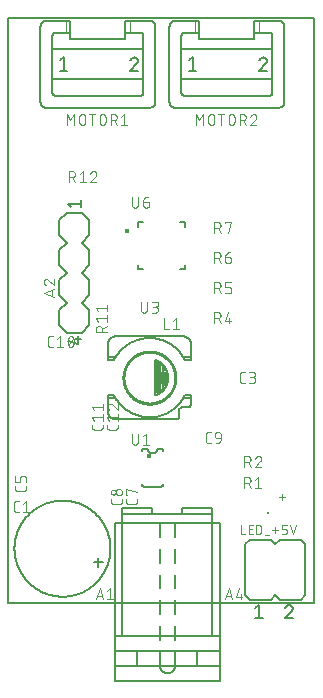
<source format=gbr>
G04 EAGLE Gerber RS-274X export*
G75*
%MOIN*%
%FSLAX25Y25*%
%LPD*%
%INSilkscreen Top*%
%IPPOS*%
%AMOC8*
5,1,8,0,0,1.08239X$1,22.5*%
G01*
%ADD10C,0.005000*%
%ADD11C,0.003000*%
%ADD12C,0.006000*%
%ADD13C,0.004000*%
%ADD14C,0.010000*%
%ADD15R,0.020000X0.100000*%
%ADD16R,0.030000X0.040000*%
%ADD17R,0.010000X0.020000*%
%ADD18R,0.011000X0.005000*%
%ADD19R,0.003000X0.002000*%
%ADD20R,0.006000X0.006000*%
%ADD21R,0.008000X0.010000*%
%ADD22R,0.004000X0.006000*%
%ADD23R,0.009000X0.011000*%
%ADD24R,0.003000X0.004000*%
%ADD25R,0.007000X0.006000*%
%ADD26R,0.013000X0.007000*%
%ADD27R,0.006000X0.005000*%
%ADD28R,0.007874X0.007874*%
%ADD29C,0.002000*%
%ADD30C,0.015748*%
%ADD31C,0.008000*%
%ADD32C,0.016378*%


D10*
X36500Y27500D02*
X36500Y-10000D01*
X36500Y-15000D01*
X36500Y-20000D01*
X36500Y-25000D01*
X71500Y-10000D02*
X71500Y27500D01*
X71500Y-10000D02*
X71500Y-15000D01*
X71500Y-20000D01*
X71500Y-25000D01*
X59000Y30500D02*
X49000Y30500D01*
X36500Y-25000D02*
X71500Y-25000D01*
X39000Y-10000D02*
X36500Y-10000D01*
X39000Y-10000D02*
X69000Y-10000D01*
X71500Y-10000D01*
X44000Y-15000D02*
X36500Y-15000D01*
X44000Y-15000D02*
X64000Y-15000D01*
X71500Y-15000D01*
X44000Y-20000D02*
X36500Y-20000D01*
X44000Y-20000D02*
X51500Y-20000D01*
X64000Y-20000D01*
X71500Y-20000D01*
X39000Y-10000D02*
X39000Y27500D01*
X69000Y27500D02*
X69000Y-10000D01*
X39000Y27500D02*
X36500Y27500D01*
X39000Y27500D02*
X51500Y27500D01*
X56500Y27500D01*
X69000Y27500D01*
X71500Y27500D01*
X49000Y32500D02*
X39000Y32500D01*
X59000Y32500D02*
X69000Y32500D01*
X49000Y32500D02*
X49000Y30500D01*
X59000Y30500D02*
X59000Y32500D01*
X44000Y-15000D02*
X44000Y-20000D01*
X64000Y-20000D02*
X64000Y-15000D01*
X56500Y-15364D02*
X56500Y-20000D01*
X56500Y-11427D02*
X56500Y-6791D01*
X56500Y-2854D02*
X56500Y1781D01*
X56500Y5719D02*
X56500Y10354D01*
X56500Y14291D02*
X56500Y18927D01*
X56500Y22864D02*
X56500Y27500D01*
X56500Y-20000D02*
X56498Y-20098D01*
X56492Y-20196D01*
X56483Y-20294D01*
X56469Y-20391D01*
X56452Y-20488D01*
X56431Y-20584D01*
X56406Y-20679D01*
X56378Y-20773D01*
X56345Y-20865D01*
X56310Y-20957D01*
X56270Y-21047D01*
X56228Y-21135D01*
X56181Y-21222D01*
X56132Y-21306D01*
X56079Y-21389D01*
X56023Y-21469D01*
X55963Y-21548D01*
X55901Y-21624D01*
X55836Y-21697D01*
X55768Y-21768D01*
X55697Y-21836D01*
X55624Y-21901D01*
X55548Y-21963D01*
X55469Y-22023D01*
X55389Y-22079D01*
X55306Y-22132D01*
X55222Y-22181D01*
X55135Y-22228D01*
X55047Y-22270D01*
X54957Y-22310D01*
X54865Y-22345D01*
X54773Y-22378D01*
X54679Y-22406D01*
X54584Y-22431D01*
X54488Y-22452D01*
X54391Y-22469D01*
X54294Y-22483D01*
X54196Y-22492D01*
X54098Y-22498D01*
X54000Y-22500D01*
X53902Y-22498D01*
X53804Y-22492D01*
X53706Y-22483D01*
X53609Y-22469D01*
X53512Y-22452D01*
X53416Y-22431D01*
X53321Y-22406D01*
X53227Y-22378D01*
X53135Y-22345D01*
X53043Y-22310D01*
X52953Y-22270D01*
X52865Y-22228D01*
X52778Y-22181D01*
X52694Y-22132D01*
X52611Y-22079D01*
X52531Y-22023D01*
X52452Y-21963D01*
X52376Y-21901D01*
X52303Y-21836D01*
X52232Y-21768D01*
X52164Y-21697D01*
X52099Y-21624D01*
X52037Y-21548D01*
X51977Y-21469D01*
X51921Y-21389D01*
X51868Y-21306D01*
X51819Y-21222D01*
X51772Y-21135D01*
X51730Y-21047D01*
X51690Y-20957D01*
X51655Y-20865D01*
X51622Y-20773D01*
X51594Y-20679D01*
X51569Y-20584D01*
X51548Y-20488D01*
X51531Y-20391D01*
X51517Y-20294D01*
X51508Y-20196D01*
X51502Y-20098D01*
X51500Y-20000D01*
X51500Y22864D02*
X51500Y27500D01*
X51500Y18927D02*
X51500Y14291D01*
X51500Y10354D02*
X51500Y5719D01*
X51500Y1781D02*
X51500Y-2854D01*
X51500Y-6791D02*
X51500Y-11427D01*
X51500Y-15364D02*
X51500Y-20000D01*
X39000Y27500D02*
X39000Y30500D01*
X39000Y32500D01*
X69000Y30500D02*
X69000Y27500D01*
X69000Y30500D02*
X69000Y32500D01*
X49000Y30500D02*
X39000Y30500D01*
X59000Y30500D02*
X69000Y30500D01*
D11*
X31383Y5850D02*
X30150Y2150D01*
X32617Y2150D02*
X31383Y5850D01*
X32308Y3075D02*
X30458Y3075D01*
X33956Y5028D02*
X34983Y5850D01*
X34983Y2150D01*
X33956Y2150D02*
X36011Y2150D01*
D12*
X32500Y14500D02*
X29500Y14500D01*
X31000Y16000D02*
X31000Y13000D01*
X3000Y19000D02*
X3005Y19393D01*
X3019Y19785D01*
X3043Y20177D01*
X3077Y20568D01*
X3120Y20959D01*
X3173Y21348D01*
X3236Y21735D01*
X3307Y22121D01*
X3389Y22506D01*
X3479Y22888D01*
X3580Y23267D01*
X3689Y23645D01*
X3808Y24019D01*
X3935Y24390D01*
X4072Y24758D01*
X4218Y25123D01*
X4373Y25484D01*
X4536Y25841D01*
X4708Y26194D01*
X4889Y26542D01*
X5079Y26886D01*
X5276Y27226D01*
X5482Y27560D01*
X5696Y27889D01*
X5919Y28213D01*
X6149Y28531D01*
X6386Y28844D01*
X6632Y29150D01*
X6885Y29451D01*
X7145Y29745D01*
X7412Y30033D01*
X7686Y30314D01*
X7967Y30588D01*
X8255Y30855D01*
X8549Y31115D01*
X8850Y31368D01*
X9156Y31614D01*
X9469Y31851D01*
X9787Y32081D01*
X10111Y32304D01*
X10440Y32518D01*
X10774Y32724D01*
X11114Y32921D01*
X11458Y33111D01*
X11806Y33292D01*
X12159Y33464D01*
X12516Y33627D01*
X12877Y33782D01*
X13242Y33928D01*
X13610Y34065D01*
X13981Y34192D01*
X14355Y34311D01*
X14733Y34420D01*
X15112Y34521D01*
X15494Y34611D01*
X15879Y34693D01*
X16265Y34764D01*
X16652Y34827D01*
X17041Y34880D01*
X17432Y34923D01*
X17823Y34957D01*
X18215Y34981D01*
X18607Y34995D01*
X19000Y35000D01*
X19393Y34995D01*
X19785Y34981D01*
X20177Y34957D01*
X20568Y34923D01*
X20959Y34880D01*
X21348Y34827D01*
X21735Y34764D01*
X22121Y34693D01*
X22506Y34611D01*
X22888Y34521D01*
X23267Y34420D01*
X23645Y34311D01*
X24019Y34192D01*
X24390Y34065D01*
X24758Y33928D01*
X25123Y33782D01*
X25484Y33627D01*
X25841Y33464D01*
X26194Y33292D01*
X26542Y33111D01*
X26886Y32921D01*
X27226Y32724D01*
X27560Y32518D01*
X27889Y32304D01*
X28213Y32081D01*
X28531Y31851D01*
X28844Y31614D01*
X29150Y31368D01*
X29451Y31115D01*
X29745Y30855D01*
X30033Y30588D01*
X30314Y30314D01*
X30588Y30033D01*
X30855Y29745D01*
X31115Y29451D01*
X31368Y29150D01*
X31614Y28844D01*
X31851Y28531D01*
X32081Y28213D01*
X32304Y27889D01*
X32518Y27560D01*
X32724Y27226D01*
X32921Y26886D01*
X33111Y26542D01*
X33292Y26194D01*
X33464Y25841D01*
X33627Y25484D01*
X33782Y25123D01*
X33928Y24758D01*
X34065Y24390D01*
X34192Y24019D01*
X34311Y23645D01*
X34420Y23267D01*
X34521Y22888D01*
X34611Y22506D01*
X34693Y22121D01*
X34764Y21735D01*
X34827Y21348D01*
X34880Y20959D01*
X34923Y20568D01*
X34957Y20177D01*
X34981Y19785D01*
X34995Y19393D01*
X35000Y19000D01*
X34995Y18607D01*
X34981Y18215D01*
X34957Y17823D01*
X34923Y17432D01*
X34880Y17041D01*
X34827Y16652D01*
X34764Y16265D01*
X34693Y15879D01*
X34611Y15494D01*
X34521Y15112D01*
X34420Y14733D01*
X34311Y14355D01*
X34192Y13981D01*
X34065Y13610D01*
X33928Y13242D01*
X33782Y12877D01*
X33627Y12516D01*
X33464Y12159D01*
X33292Y11806D01*
X33111Y11458D01*
X32921Y11114D01*
X32724Y10774D01*
X32518Y10440D01*
X32304Y10111D01*
X32081Y9787D01*
X31851Y9469D01*
X31614Y9156D01*
X31368Y8850D01*
X31115Y8549D01*
X30855Y8255D01*
X30588Y7967D01*
X30314Y7686D01*
X30033Y7412D01*
X29745Y7145D01*
X29451Y6885D01*
X29150Y6632D01*
X28844Y6386D01*
X28531Y6149D01*
X28213Y5919D01*
X27889Y5696D01*
X27560Y5482D01*
X27226Y5276D01*
X26886Y5079D01*
X26542Y4889D01*
X26194Y4708D01*
X25841Y4536D01*
X25484Y4373D01*
X25123Y4218D01*
X24758Y4072D01*
X24390Y3935D01*
X24019Y3808D01*
X23645Y3689D01*
X23267Y3580D01*
X22888Y3479D01*
X22506Y3389D01*
X22121Y3307D01*
X21735Y3236D01*
X21348Y3173D01*
X20959Y3120D01*
X20568Y3077D01*
X20177Y3043D01*
X19785Y3019D01*
X19393Y3005D01*
X19000Y3000D01*
X18607Y3005D01*
X18215Y3019D01*
X17823Y3043D01*
X17432Y3077D01*
X17041Y3120D01*
X16652Y3173D01*
X16265Y3236D01*
X15879Y3307D01*
X15494Y3389D01*
X15112Y3479D01*
X14733Y3580D01*
X14355Y3689D01*
X13981Y3808D01*
X13610Y3935D01*
X13242Y4072D01*
X12877Y4218D01*
X12516Y4373D01*
X12159Y4536D01*
X11806Y4708D01*
X11458Y4889D01*
X11114Y5079D01*
X10774Y5276D01*
X10440Y5482D01*
X10111Y5696D01*
X9787Y5919D01*
X9469Y6149D01*
X9156Y6386D01*
X8850Y6632D01*
X8549Y6885D01*
X8255Y7145D01*
X7967Y7412D01*
X7686Y7686D01*
X7412Y7967D01*
X7145Y8255D01*
X6885Y8549D01*
X6632Y8850D01*
X6386Y9156D01*
X6149Y9469D01*
X5919Y9787D01*
X5696Y10111D01*
X5482Y10440D01*
X5276Y10774D01*
X5079Y11114D01*
X4889Y11458D01*
X4708Y11806D01*
X4536Y12159D01*
X4373Y12516D01*
X4218Y12877D01*
X4072Y13242D01*
X3935Y13610D01*
X3808Y13981D01*
X3689Y14355D01*
X3580Y14733D01*
X3479Y15112D01*
X3389Y15494D01*
X3307Y15879D01*
X3236Y16265D01*
X3173Y16652D01*
X3120Y17041D01*
X3077Y17432D01*
X3043Y17823D01*
X3019Y18215D01*
X3005Y18607D01*
X3000Y19000D01*
D13*
X3588Y31200D02*
X4388Y31200D01*
X3588Y31200D02*
X3533Y31202D01*
X3479Y31207D01*
X3425Y31217D01*
X3372Y31230D01*
X3320Y31246D01*
X3269Y31266D01*
X3220Y31290D01*
X3172Y31316D01*
X3127Y31346D01*
X3083Y31379D01*
X3042Y31415D01*
X3003Y31454D01*
X2967Y31495D01*
X2934Y31539D01*
X2904Y31584D01*
X2878Y31632D01*
X2854Y31681D01*
X2834Y31732D01*
X2818Y31784D01*
X2805Y31837D01*
X2795Y31891D01*
X2790Y31945D01*
X2788Y32000D01*
X2788Y34000D01*
X2790Y34055D01*
X2795Y34109D01*
X2805Y34163D01*
X2818Y34216D01*
X2834Y34268D01*
X2854Y34319D01*
X2878Y34368D01*
X2904Y34416D01*
X2934Y34461D01*
X2967Y34505D01*
X3003Y34546D01*
X3042Y34585D01*
X3083Y34621D01*
X3127Y34654D01*
X3172Y34684D01*
X3220Y34710D01*
X3269Y34734D01*
X3320Y34754D01*
X3372Y34770D01*
X3425Y34783D01*
X3479Y34793D01*
X3533Y34798D01*
X3588Y34800D01*
X4388Y34800D01*
X5800Y34000D02*
X6800Y34800D01*
X6800Y31200D01*
X5800Y31200D02*
X7800Y31200D01*
D11*
X14972Y86150D02*
X15794Y86150D01*
X14972Y86150D02*
X14916Y86152D01*
X14860Y86158D01*
X14805Y86167D01*
X14750Y86180D01*
X14697Y86197D01*
X14645Y86218D01*
X14594Y86242D01*
X14545Y86270D01*
X14498Y86300D01*
X14453Y86334D01*
X14411Y86371D01*
X14371Y86411D01*
X14334Y86453D01*
X14300Y86498D01*
X14270Y86545D01*
X14242Y86594D01*
X14218Y86645D01*
X14197Y86697D01*
X14180Y86750D01*
X14167Y86805D01*
X14158Y86860D01*
X14152Y86916D01*
X14150Y86972D01*
X14150Y89028D01*
X14152Y89084D01*
X14158Y89140D01*
X14167Y89195D01*
X14180Y89250D01*
X14197Y89303D01*
X14218Y89355D01*
X14242Y89406D01*
X14270Y89455D01*
X14300Y89502D01*
X14334Y89547D01*
X14371Y89589D01*
X14411Y89629D01*
X14453Y89666D01*
X14498Y89700D01*
X14545Y89730D01*
X14594Y89758D01*
X14645Y89782D01*
X14697Y89803D01*
X14750Y89820D01*
X14805Y89833D01*
X14860Y89842D01*
X14916Y89848D01*
X14972Y89850D01*
X15794Y89850D01*
X17160Y89028D02*
X18188Y89850D01*
X18188Y86150D01*
X17160Y86150D02*
X19216Y86150D01*
X20760Y88000D02*
X20762Y88106D01*
X20767Y88213D01*
X20777Y88319D01*
X20790Y88424D01*
X20806Y88529D01*
X20827Y88634D01*
X20850Y88737D01*
X20878Y88840D01*
X20909Y88942D01*
X20944Y89042D01*
X20982Y89142D01*
X21023Y89240D01*
X21068Y89336D01*
X21087Y89385D01*
X21109Y89432D01*
X21134Y89478D01*
X21162Y89522D01*
X21194Y89564D01*
X21228Y89604D01*
X21265Y89642D01*
X21304Y89676D01*
X21346Y89708D01*
X21389Y89737D01*
X21435Y89763D01*
X21482Y89786D01*
X21531Y89805D01*
X21581Y89821D01*
X21632Y89834D01*
X21683Y89843D01*
X21736Y89848D01*
X21788Y89850D01*
X21840Y89848D01*
X21893Y89843D01*
X21944Y89834D01*
X21995Y89821D01*
X22045Y89805D01*
X22094Y89786D01*
X22141Y89763D01*
X22187Y89737D01*
X22230Y89708D01*
X22272Y89676D01*
X22311Y89642D01*
X22348Y89604D01*
X22382Y89564D01*
X22414Y89522D01*
X22442Y89478D01*
X22467Y89432D01*
X22489Y89385D01*
X22508Y89336D01*
X22553Y89240D01*
X22594Y89142D01*
X22632Y89042D01*
X22667Y88942D01*
X22698Y88840D01*
X22726Y88737D01*
X22749Y88634D01*
X22770Y88529D01*
X22786Y88424D01*
X22799Y88319D01*
X22809Y88213D01*
X22814Y88106D01*
X22816Y88000D01*
X20760Y88000D02*
X20762Y87894D01*
X20767Y87787D01*
X20777Y87681D01*
X20790Y87576D01*
X20806Y87471D01*
X20827Y87366D01*
X20850Y87263D01*
X20878Y87160D01*
X20909Y87058D01*
X20944Y86958D01*
X20982Y86858D01*
X21023Y86760D01*
X21068Y86664D01*
X21087Y86615D01*
X21109Y86568D01*
X21134Y86522D01*
X21162Y86478D01*
X21194Y86436D01*
X21228Y86396D01*
X21265Y86358D01*
X21304Y86324D01*
X21346Y86292D01*
X21389Y86263D01*
X21435Y86237D01*
X21482Y86214D01*
X21531Y86195D01*
X21581Y86179D01*
X21632Y86166D01*
X21683Y86157D01*
X21736Y86152D01*
X21788Y86150D01*
X22507Y86664D02*
X22552Y86760D01*
X22593Y86858D01*
X22631Y86958D01*
X22666Y87058D01*
X22697Y87160D01*
X22725Y87263D01*
X22748Y87366D01*
X22769Y87471D01*
X22785Y87576D01*
X22798Y87681D01*
X22808Y87787D01*
X22813Y87894D01*
X22815Y88000D01*
X22508Y86664D02*
X22489Y86615D01*
X22467Y86568D01*
X22442Y86522D01*
X22414Y86478D01*
X22382Y86436D01*
X22348Y86396D01*
X22311Y86358D01*
X22272Y86324D01*
X22230Y86292D01*
X22187Y86263D01*
X22141Y86237D01*
X22094Y86214D01*
X22045Y86195D01*
X21995Y86179D01*
X21944Y86166D01*
X21893Y86157D01*
X21840Y86152D01*
X21788Y86150D01*
X20966Y86972D02*
X22610Y89028D01*
X32448Y60341D02*
X32448Y59518D01*
X32446Y59462D01*
X32440Y59406D01*
X32431Y59351D01*
X32418Y59296D01*
X32401Y59243D01*
X32380Y59191D01*
X32356Y59140D01*
X32328Y59091D01*
X32298Y59044D01*
X32264Y58999D01*
X32227Y58957D01*
X32187Y58917D01*
X32145Y58880D01*
X32100Y58846D01*
X32053Y58816D01*
X32004Y58788D01*
X31953Y58764D01*
X31901Y58743D01*
X31848Y58726D01*
X31793Y58713D01*
X31738Y58704D01*
X31682Y58698D01*
X31626Y58696D01*
X29571Y58696D01*
X29515Y58698D01*
X29459Y58704D01*
X29404Y58713D01*
X29349Y58726D01*
X29296Y58743D01*
X29244Y58764D01*
X29193Y58788D01*
X29144Y58816D01*
X29097Y58846D01*
X29052Y58880D01*
X29010Y58917D01*
X28970Y58957D01*
X28933Y58999D01*
X28899Y59044D01*
X28869Y59091D01*
X28841Y59140D01*
X28817Y59190D01*
X28796Y59243D01*
X28779Y59296D01*
X28766Y59351D01*
X28757Y59406D01*
X28751Y59462D01*
X28749Y59518D01*
X28748Y59518D02*
X28748Y60341D01*
X29571Y61706D02*
X28748Y62734D01*
X32448Y62734D01*
X32448Y61706D02*
X32448Y63762D01*
X29571Y65306D02*
X28748Y66334D01*
X32448Y66334D01*
X32448Y65306D02*
X32448Y67362D01*
X37448Y60341D02*
X37448Y59518D01*
X37446Y59462D01*
X37440Y59406D01*
X37431Y59351D01*
X37418Y59296D01*
X37401Y59243D01*
X37380Y59191D01*
X37356Y59140D01*
X37328Y59091D01*
X37298Y59044D01*
X37264Y58999D01*
X37227Y58957D01*
X37187Y58917D01*
X37145Y58880D01*
X37100Y58846D01*
X37053Y58816D01*
X37004Y58788D01*
X36953Y58764D01*
X36901Y58743D01*
X36848Y58726D01*
X36793Y58713D01*
X36738Y58704D01*
X36682Y58698D01*
X36626Y58696D01*
X34571Y58696D01*
X34515Y58698D01*
X34459Y58704D01*
X34404Y58713D01*
X34349Y58726D01*
X34296Y58743D01*
X34244Y58764D01*
X34193Y58788D01*
X34144Y58816D01*
X34097Y58846D01*
X34052Y58880D01*
X34010Y58917D01*
X33970Y58957D01*
X33933Y58999D01*
X33899Y59044D01*
X33869Y59091D01*
X33841Y59140D01*
X33817Y59190D01*
X33796Y59243D01*
X33779Y59296D01*
X33766Y59351D01*
X33757Y59406D01*
X33751Y59462D01*
X33749Y59518D01*
X33748Y59518D02*
X33748Y60341D01*
X34571Y61706D02*
X33748Y62734D01*
X37448Y62734D01*
X37448Y61706D02*
X37448Y63762D01*
X34673Y67362D02*
X34615Y67360D01*
X34557Y67355D01*
X34500Y67346D01*
X34443Y67333D01*
X34387Y67317D01*
X34332Y67297D01*
X34279Y67274D01*
X34227Y67248D01*
X34177Y67218D01*
X34129Y67185D01*
X34083Y67150D01*
X34040Y67111D01*
X33999Y67070D01*
X33960Y67027D01*
X33925Y66981D01*
X33892Y66933D01*
X33862Y66883D01*
X33836Y66831D01*
X33813Y66778D01*
X33793Y66723D01*
X33777Y66667D01*
X33764Y66610D01*
X33755Y66553D01*
X33750Y66495D01*
X33748Y66437D01*
X33749Y66437D02*
X33751Y66369D01*
X33757Y66301D01*
X33766Y66234D01*
X33780Y66168D01*
X33797Y66102D01*
X33818Y66037D01*
X33843Y65974D01*
X33871Y65912D01*
X33903Y65852D01*
X33938Y65794D01*
X33976Y65738D01*
X34018Y65684D01*
X34062Y65633D01*
X34110Y65585D01*
X34160Y65539D01*
X34212Y65496D01*
X34267Y65456D01*
X34324Y65419D01*
X34383Y65386D01*
X34444Y65356D01*
X34507Y65330D01*
X34571Y65307D01*
X35393Y67054D02*
X35349Y67097D01*
X35302Y67138D01*
X35253Y67175D01*
X35202Y67210D01*
X35148Y67241D01*
X35093Y67269D01*
X35036Y67293D01*
X34978Y67314D01*
X34918Y67331D01*
X34858Y67345D01*
X34797Y67354D01*
X34735Y67360D01*
X34673Y67362D01*
X35393Y67053D02*
X37448Y65306D01*
X37448Y67362D01*
X78972Y74150D02*
X79794Y74150D01*
X78972Y74150D02*
X78916Y74152D01*
X78860Y74158D01*
X78805Y74167D01*
X78750Y74180D01*
X78697Y74197D01*
X78645Y74218D01*
X78594Y74242D01*
X78545Y74270D01*
X78498Y74300D01*
X78453Y74334D01*
X78411Y74371D01*
X78371Y74411D01*
X78334Y74453D01*
X78300Y74498D01*
X78270Y74545D01*
X78242Y74594D01*
X78218Y74645D01*
X78197Y74697D01*
X78180Y74750D01*
X78167Y74805D01*
X78158Y74860D01*
X78152Y74916D01*
X78150Y74972D01*
X78150Y77028D01*
X78152Y77084D01*
X78158Y77140D01*
X78167Y77195D01*
X78180Y77250D01*
X78197Y77303D01*
X78218Y77355D01*
X78242Y77406D01*
X78270Y77455D01*
X78300Y77502D01*
X78334Y77547D01*
X78371Y77589D01*
X78411Y77629D01*
X78453Y77666D01*
X78498Y77700D01*
X78545Y77730D01*
X78594Y77758D01*
X78645Y77782D01*
X78697Y77803D01*
X78750Y77820D01*
X78805Y77833D01*
X78860Y77842D01*
X78916Y77848D01*
X78972Y77850D01*
X79794Y77850D01*
X81160Y74150D02*
X82188Y74150D01*
X82251Y74152D01*
X82314Y74158D01*
X82377Y74168D01*
X82439Y74181D01*
X82500Y74198D01*
X82559Y74219D01*
X82618Y74244D01*
X82674Y74272D01*
X82729Y74304D01*
X82782Y74339D01*
X82832Y74377D01*
X82881Y74418D01*
X82926Y74462D01*
X82969Y74509D01*
X83008Y74558D01*
X83045Y74610D01*
X83078Y74664D01*
X83108Y74720D01*
X83135Y74777D01*
X83158Y74836D01*
X83177Y74897D01*
X83192Y74958D01*
X83204Y75020D01*
X83212Y75083D01*
X83216Y75146D01*
X83216Y75210D01*
X83212Y75273D01*
X83204Y75336D01*
X83192Y75398D01*
X83177Y75459D01*
X83158Y75520D01*
X83135Y75579D01*
X83108Y75636D01*
X83078Y75692D01*
X83045Y75746D01*
X83008Y75798D01*
X82969Y75847D01*
X82926Y75894D01*
X82881Y75938D01*
X82832Y75979D01*
X82782Y76017D01*
X82729Y76052D01*
X82674Y76084D01*
X82618Y76112D01*
X82559Y76137D01*
X82500Y76158D01*
X82439Y76175D01*
X82377Y76188D01*
X82314Y76198D01*
X82251Y76204D01*
X82188Y76206D01*
X82393Y77850D02*
X81160Y77850D01*
X82393Y77850D02*
X82449Y77848D01*
X82505Y77842D01*
X82560Y77833D01*
X82615Y77820D01*
X82668Y77803D01*
X82720Y77782D01*
X82771Y77758D01*
X82820Y77730D01*
X82867Y77700D01*
X82912Y77666D01*
X82954Y77629D01*
X82994Y77589D01*
X83031Y77547D01*
X83065Y77502D01*
X83095Y77455D01*
X83123Y77406D01*
X83147Y77355D01*
X83168Y77303D01*
X83185Y77250D01*
X83198Y77195D01*
X83207Y77140D01*
X83213Y77084D01*
X83215Y77028D01*
X83213Y76972D01*
X83207Y76916D01*
X83198Y76861D01*
X83185Y76806D01*
X83168Y76753D01*
X83147Y76701D01*
X83123Y76650D01*
X83095Y76601D01*
X83065Y76554D01*
X83031Y76509D01*
X82994Y76467D01*
X82954Y76427D01*
X82912Y76390D01*
X82867Y76356D01*
X82820Y76326D01*
X82771Y76298D01*
X82720Y76274D01*
X82668Y76253D01*
X82615Y76236D01*
X82560Y76223D01*
X82505Y76214D01*
X82449Y76208D01*
X82393Y76206D01*
X81571Y76206D01*
X6850Y39794D02*
X6850Y38972D01*
X6848Y38916D01*
X6842Y38860D01*
X6833Y38805D01*
X6820Y38750D01*
X6803Y38697D01*
X6782Y38645D01*
X6758Y38594D01*
X6730Y38545D01*
X6700Y38498D01*
X6666Y38453D01*
X6629Y38411D01*
X6589Y38371D01*
X6547Y38334D01*
X6502Y38300D01*
X6455Y38270D01*
X6406Y38242D01*
X6355Y38218D01*
X6303Y38197D01*
X6250Y38180D01*
X6195Y38167D01*
X6140Y38158D01*
X6084Y38152D01*
X6028Y38150D01*
X3972Y38150D01*
X3916Y38152D01*
X3860Y38158D01*
X3805Y38167D01*
X3750Y38180D01*
X3697Y38197D01*
X3645Y38218D01*
X3594Y38242D01*
X3545Y38270D01*
X3498Y38300D01*
X3453Y38334D01*
X3411Y38371D01*
X3371Y38411D01*
X3334Y38453D01*
X3300Y38498D01*
X3270Y38545D01*
X3242Y38594D01*
X3218Y38644D01*
X3197Y38697D01*
X3180Y38750D01*
X3167Y38805D01*
X3158Y38860D01*
X3152Y38916D01*
X3150Y38972D01*
X3150Y39794D01*
X6850Y41160D02*
X6850Y42393D01*
X6848Y42449D01*
X6842Y42505D01*
X6833Y42560D01*
X6820Y42615D01*
X6803Y42668D01*
X6782Y42720D01*
X6758Y42771D01*
X6730Y42820D01*
X6700Y42867D01*
X6666Y42912D01*
X6629Y42954D01*
X6589Y42994D01*
X6547Y43031D01*
X6502Y43065D01*
X6455Y43095D01*
X6406Y43123D01*
X6355Y43147D01*
X6303Y43168D01*
X6250Y43185D01*
X6195Y43198D01*
X6140Y43207D01*
X6084Y43213D01*
X6028Y43215D01*
X6028Y43216D02*
X5617Y43216D01*
X5617Y43215D02*
X5561Y43213D01*
X5505Y43207D01*
X5450Y43198D01*
X5395Y43185D01*
X5342Y43168D01*
X5290Y43147D01*
X5239Y43123D01*
X5190Y43095D01*
X5143Y43065D01*
X5098Y43031D01*
X5056Y42994D01*
X5016Y42954D01*
X4979Y42912D01*
X4945Y42867D01*
X4915Y42820D01*
X4887Y42771D01*
X4863Y42720D01*
X4842Y42668D01*
X4825Y42615D01*
X4812Y42560D01*
X4803Y42505D01*
X4797Y42449D01*
X4795Y42393D01*
X4794Y42393D02*
X4794Y41160D01*
X3150Y41160D01*
X3150Y43216D01*
X43850Y35429D02*
X43850Y34607D01*
X43848Y34551D01*
X43842Y34495D01*
X43833Y34440D01*
X43820Y34385D01*
X43803Y34332D01*
X43782Y34280D01*
X43758Y34229D01*
X43730Y34180D01*
X43700Y34133D01*
X43666Y34088D01*
X43629Y34046D01*
X43589Y34006D01*
X43547Y33969D01*
X43502Y33935D01*
X43455Y33905D01*
X43406Y33877D01*
X43355Y33853D01*
X43303Y33832D01*
X43250Y33815D01*
X43195Y33802D01*
X43140Y33793D01*
X43084Y33787D01*
X43028Y33785D01*
X43028Y33784D02*
X40972Y33784D01*
X40972Y33785D02*
X40916Y33787D01*
X40860Y33793D01*
X40805Y33802D01*
X40750Y33815D01*
X40697Y33832D01*
X40645Y33853D01*
X40594Y33877D01*
X40545Y33905D01*
X40498Y33935D01*
X40453Y33969D01*
X40411Y34006D01*
X40371Y34046D01*
X40334Y34088D01*
X40300Y34133D01*
X40270Y34180D01*
X40242Y34229D01*
X40218Y34279D01*
X40197Y34332D01*
X40180Y34385D01*
X40167Y34440D01*
X40158Y34495D01*
X40152Y34551D01*
X40150Y34607D01*
X40150Y35429D01*
X40150Y36794D02*
X40561Y36794D01*
X40150Y36794D02*
X40150Y38850D01*
X43850Y37822D01*
X38850Y35429D02*
X38850Y34607D01*
X38848Y34551D01*
X38842Y34495D01*
X38833Y34440D01*
X38820Y34385D01*
X38803Y34332D01*
X38782Y34280D01*
X38758Y34229D01*
X38730Y34180D01*
X38700Y34133D01*
X38666Y34088D01*
X38629Y34046D01*
X38589Y34006D01*
X38547Y33969D01*
X38502Y33935D01*
X38455Y33905D01*
X38406Y33877D01*
X38355Y33853D01*
X38303Y33832D01*
X38250Y33815D01*
X38195Y33802D01*
X38140Y33793D01*
X38084Y33787D01*
X38028Y33785D01*
X38028Y33784D02*
X35972Y33784D01*
X35972Y33785D02*
X35916Y33787D01*
X35860Y33793D01*
X35805Y33802D01*
X35750Y33815D01*
X35697Y33832D01*
X35645Y33853D01*
X35594Y33877D01*
X35545Y33905D01*
X35498Y33935D01*
X35453Y33969D01*
X35411Y34006D01*
X35371Y34046D01*
X35334Y34088D01*
X35300Y34133D01*
X35270Y34180D01*
X35242Y34229D01*
X35218Y34279D01*
X35197Y34332D01*
X35180Y34385D01*
X35167Y34440D01*
X35158Y34495D01*
X35152Y34551D01*
X35150Y34607D01*
X35150Y35429D01*
X37822Y36794D02*
X37759Y36796D01*
X37696Y36802D01*
X37633Y36812D01*
X37571Y36825D01*
X37510Y36842D01*
X37451Y36863D01*
X37392Y36888D01*
X37336Y36916D01*
X37281Y36948D01*
X37228Y36983D01*
X37178Y37021D01*
X37129Y37062D01*
X37084Y37106D01*
X37041Y37153D01*
X37002Y37202D01*
X36965Y37254D01*
X36932Y37308D01*
X36902Y37364D01*
X36875Y37421D01*
X36852Y37480D01*
X36833Y37541D01*
X36818Y37602D01*
X36806Y37664D01*
X36798Y37727D01*
X36794Y37790D01*
X36794Y37854D01*
X36798Y37917D01*
X36806Y37980D01*
X36818Y38042D01*
X36833Y38103D01*
X36852Y38164D01*
X36875Y38223D01*
X36902Y38280D01*
X36932Y38336D01*
X36965Y38390D01*
X37002Y38442D01*
X37041Y38491D01*
X37084Y38538D01*
X37129Y38582D01*
X37178Y38623D01*
X37228Y38661D01*
X37281Y38696D01*
X37336Y38728D01*
X37392Y38756D01*
X37451Y38781D01*
X37510Y38802D01*
X37571Y38819D01*
X37633Y38832D01*
X37696Y38842D01*
X37759Y38848D01*
X37822Y38850D01*
X37885Y38848D01*
X37948Y38842D01*
X38011Y38832D01*
X38073Y38819D01*
X38134Y38802D01*
X38193Y38781D01*
X38252Y38756D01*
X38308Y38728D01*
X38363Y38696D01*
X38416Y38661D01*
X38466Y38623D01*
X38515Y38582D01*
X38560Y38538D01*
X38603Y38491D01*
X38642Y38442D01*
X38679Y38390D01*
X38712Y38336D01*
X38742Y38280D01*
X38769Y38223D01*
X38792Y38164D01*
X38811Y38103D01*
X38826Y38042D01*
X38838Y37980D01*
X38846Y37917D01*
X38850Y37854D01*
X38850Y37790D01*
X38846Y37727D01*
X38838Y37664D01*
X38826Y37602D01*
X38811Y37541D01*
X38792Y37480D01*
X38769Y37421D01*
X38742Y37364D01*
X38712Y37308D01*
X38679Y37254D01*
X38642Y37202D01*
X38603Y37153D01*
X38560Y37106D01*
X38515Y37062D01*
X38466Y37021D01*
X38416Y36983D01*
X38363Y36948D01*
X38308Y36916D01*
X38252Y36888D01*
X38193Y36863D01*
X38134Y36842D01*
X38073Y36825D01*
X38011Y36812D01*
X37948Y36802D01*
X37885Y36796D01*
X37822Y36794D01*
X35972Y37000D02*
X35916Y37002D01*
X35860Y37008D01*
X35805Y37017D01*
X35750Y37030D01*
X35697Y37047D01*
X35645Y37068D01*
X35594Y37092D01*
X35545Y37120D01*
X35498Y37150D01*
X35453Y37184D01*
X35411Y37221D01*
X35371Y37261D01*
X35334Y37303D01*
X35300Y37348D01*
X35270Y37395D01*
X35242Y37444D01*
X35218Y37495D01*
X35197Y37547D01*
X35180Y37600D01*
X35167Y37655D01*
X35158Y37710D01*
X35152Y37766D01*
X35150Y37822D01*
X35152Y37878D01*
X35158Y37934D01*
X35167Y37989D01*
X35180Y38044D01*
X35197Y38097D01*
X35218Y38149D01*
X35242Y38200D01*
X35270Y38249D01*
X35300Y38296D01*
X35334Y38341D01*
X35371Y38383D01*
X35411Y38423D01*
X35453Y38460D01*
X35498Y38494D01*
X35545Y38524D01*
X35594Y38552D01*
X35645Y38576D01*
X35697Y38597D01*
X35750Y38614D01*
X35805Y38627D01*
X35860Y38636D01*
X35916Y38642D01*
X35972Y38644D01*
X36028Y38642D01*
X36084Y38636D01*
X36139Y38627D01*
X36194Y38614D01*
X36247Y38597D01*
X36299Y38576D01*
X36350Y38552D01*
X36399Y38524D01*
X36446Y38494D01*
X36491Y38460D01*
X36533Y38423D01*
X36573Y38383D01*
X36610Y38341D01*
X36644Y38296D01*
X36674Y38249D01*
X36702Y38200D01*
X36726Y38149D01*
X36747Y38097D01*
X36764Y38044D01*
X36777Y37989D01*
X36786Y37934D01*
X36792Y37878D01*
X36794Y37822D01*
X36792Y37766D01*
X36786Y37710D01*
X36777Y37655D01*
X36764Y37600D01*
X36747Y37547D01*
X36726Y37495D01*
X36702Y37444D01*
X36674Y37395D01*
X36644Y37348D01*
X36610Y37303D01*
X36573Y37261D01*
X36533Y37221D01*
X36491Y37184D01*
X36446Y37150D01*
X36399Y37120D01*
X36350Y37092D01*
X36299Y37068D01*
X36247Y37047D01*
X36194Y37030D01*
X36139Y37017D01*
X36084Y37008D01*
X36028Y37002D01*
X35972Y37000D01*
X67607Y54150D02*
X68429Y54150D01*
X67607Y54150D02*
X67551Y54152D01*
X67495Y54158D01*
X67440Y54167D01*
X67385Y54180D01*
X67332Y54197D01*
X67280Y54218D01*
X67229Y54242D01*
X67180Y54270D01*
X67133Y54300D01*
X67088Y54334D01*
X67046Y54371D01*
X67006Y54411D01*
X66969Y54453D01*
X66935Y54498D01*
X66905Y54545D01*
X66877Y54594D01*
X66853Y54645D01*
X66832Y54697D01*
X66815Y54750D01*
X66802Y54805D01*
X66793Y54860D01*
X66787Y54916D01*
X66785Y54972D01*
X66784Y54972D02*
X66784Y57028D01*
X66785Y57028D02*
X66787Y57084D01*
X66793Y57140D01*
X66802Y57195D01*
X66815Y57250D01*
X66832Y57303D01*
X66853Y57355D01*
X66877Y57406D01*
X66905Y57455D01*
X66935Y57502D01*
X66969Y57547D01*
X67006Y57589D01*
X67046Y57629D01*
X67088Y57666D01*
X67133Y57700D01*
X67180Y57730D01*
X67229Y57758D01*
X67280Y57782D01*
X67332Y57803D01*
X67385Y57820D01*
X67440Y57833D01*
X67495Y57842D01*
X67551Y57848D01*
X67607Y57850D01*
X68429Y57850D01*
X70617Y55794D02*
X71850Y55794D01*
X70617Y55795D02*
X70561Y55797D01*
X70505Y55803D01*
X70450Y55812D01*
X70395Y55825D01*
X70342Y55842D01*
X70290Y55863D01*
X70239Y55887D01*
X70190Y55915D01*
X70143Y55945D01*
X70098Y55979D01*
X70056Y56016D01*
X70016Y56056D01*
X69979Y56098D01*
X69945Y56143D01*
X69915Y56190D01*
X69887Y56239D01*
X69863Y56290D01*
X69842Y56342D01*
X69825Y56395D01*
X69812Y56450D01*
X69803Y56505D01*
X69797Y56561D01*
X69795Y56617D01*
X69794Y56617D02*
X69794Y56822D01*
X69796Y56885D01*
X69802Y56948D01*
X69812Y57011D01*
X69825Y57073D01*
X69842Y57134D01*
X69863Y57193D01*
X69888Y57252D01*
X69916Y57308D01*
X69948Y57363D01*
X69983Y57416D01*
X70021Y57466D01*
X70062Y57515D01*
X70106Y57560D01*
X70153Y57603D01*
X70202Y57642D01*
X70254Y57679D01*
X70308Y57712D01*
X70364Y57742D01*
X70421Y57769D01*
X70480Y57792D01*
X70541Y57811D01*
X70602Y57826D01*
X70664Y57838D01*
X70727Y57846D01*
X70790Y57850D01*
X70854Y57850D01*
X70917Y57846D01*
X70980Y57838D01*
X71042Y57826D01*
X71103Y57811D01*
X71164Y57792D01*
X71223Y57769D01*
X71280Y57742D01*
X71336Y57712D01*
X71390Y57679D01*
X71442Y57642D01*
X71491Y57603D01*
X71538Y57560D01*
X71582Y57515D01*
X71623Y57466D01*
X71661Y57416D01*
X71696Y57363D01*
X71728Y57308D01*
X71756Y57252D01*
X71781Y57193D01*
X71802Y57134D01*
X71819Y57073D01*
X71832Y57011D01*
X71842Y56948D01*
X71848Y56885D01*
X71850Y56822D01*
X71850Y55794D01*
X71848Y55716D01*
X71843Y55638D01*
X71833Y55560D01*
X71820Y55483D01*
X71804Y55406D01*
X71783Y55331D01*
X71760Y55256D01*
X71732Y55183D01*
X71701Y55111D01*
X71667Y55041D01*
X71630Y54972D01*
X71589Y54905D01*
X71545Y54840D01*
X71498Y54778D01*
X71448Y54717D01*
X71396Y54660D01*
X71340Y54604D01*
X71283Y54552D01*
X71222Y54502D01*
X71160Y54455D01*
X71095Y54411D01*
X71028Y54370D01*
X70959Y54333D01*
X70889Y54299D01*
X70817Y54268D01*
X70744Y54240D01*
X70669Y54217D01*
X70594Y54196D01*
X70517Y54180D01*
X70440Y54167D01*
X70362Y54157D01*
X70284Y54152D01*
X70206Y54150D01*
D10*
X61780Y69110D02*
X61780Y70094D01*
X61780Y69110D02*
X61780Y67157D01*
X61778Y67097D01*
X61773Y67036D01*
X61764Y66977D01*
X61751Y66918D01*
X61735Y66859D01*
X61715Y66802D01*
X61692Y66747D01*
X61665Y66692D01*
X61636Y66640D01*
X61603Y66589D01*
X61567Y66540D01*
X61529Y66494D01*
X61487Y66450D01*
X61443Y66408D01*
X61397Y66370D01*
X61348Y66334D01*
X61297Y66301D01*
X61245Y66272D01*
X61190Y66245D01*
X61135Y66222D01*
X61078Y66202D01*
X61019Y66186D01*
X60960Y66173D01*
X60901Y66164D01*
X60840Y66159D01*
X60780Y66157D01*
X58843Y66157D01*
X58783Y66155D01*
X58722Y66150D01*
X58663Y66141D01*
X58604Y66128D01*
X58545Y66112D01*
X58488Y66092D01*
X58433Y66069D01*
X58378Y66042D01*
X58326Y66013D01*
X58275Y65980D01*
X58226Y65944D01*
X58180Y65906D01*
X58136Y65864D01*
X58094Y65820D01*
X58056Y65774D01*
X58020Y65725D01*
X57987Y65674D01*
X57958Y65622D01*
X57931Y65567D01*
X57908Y65512D01*
X57888Y65455D01*
X57872Y65396D01*
X57859Y65337D01*
X57850Y65278D01*
X57845Y65217D01*
X57843Y65157D01*
X57843Y63220D01*
X57841Y63160D01*
X57836Y63099D01*
X57827Y63040D01*
X57814Y62981D01*
X57798Y62922D01*
X57778Y62865D01*
X57755Y62810D01*
X57728Y62755D01*
X57699Y62703D01*
X57666Y62652D01*
X57630Y62603D01*
X57592Y62557D01*
X57550Y62513D01*
X57506Y62471D01*
X57460Y62433D01*
X57411Y62397D01*
X57360Y62364D01*
X57308Y62335D01*
X57253Y62308D01*
X57198Y62285D01*
X57141Y62265D01*
X57082Y62249D01*
X57023Y62236D01*
X56964Y62227D01*
X56903Y62222D01*
X56843Y62220D01*
X36720Y62220D01*
X36622Y62222D01*
X36524Y62228D01*
X36426Y62237D01*
X36329Y62251D01*
X36232Y62268D01*
X36136Y62289D01*
X36041Y62314D01*
X35947Y62342D01*
X35855Y62375D01*
X35763Y62410D01*
X35673Y62450D01*
X35585Y62492D01*
X35498Y62539D01*
X35414Y62588D01*
X35331Y62641D01*
X35251Y62697D01*
X35172Y62757D01*
X35096Y62819D01*
X35023Y62884D01*
X34952Y62952D01*
X34884Y63023D01*
X34819Y63096D01*
X34757Y63172D01*
X34697Y63251D01*
X34641Y63331D01*
X34588Y63414D01*
X34539Y63498D01*
X34492Y63585D01*
X34450Y63673D01*
X34410Y63763D01*
X34375Y63855D01*
X34342Y63947D01*
X34314Y64041D01*
X34289Y64136D01*
X34268Y64232D01*
X34251Y64329D01*
X34237Y64426D01*
X34228Y64524D01*
X34222Y64622D01*
X34220Y64720D01*
X34220Y69110D01*
X34220Y70094D01*
X36720Y89780D02*
X59280Y89780D01*
X36720Y89780D02*
X36622Y89778D01*
X36524Y89772D01*
X36426Y89763D01*
X36329Y89749D01*
X36232Y89732D01*
X36136Y89711D01*
X36041Y89686D01*
X35947Y89658D01*
X35855Y89625D01*
X35763Y89590D01*
X35673Y89550D01*
X35585Y89508D01*
X35498Y89461D01*
X35414Y89412D01*
X35331Y89359D01*
X35251Y89303D01*
X35172Y89243D01*
X35096Y89181D01*
X35023Y89116D01*
X34952Y89048D01*
X34884Y88977D01*
X34819Y88904D01*
X34757Y88828D01*
X34697Y88749D01*
X34641Y88669D01*
X34588Y88586D01*
X34539Y88502D01*
X34492Y88415D01*
X34450Y88327D01*
X34410Y88237D01*
X34375Y88145D01*
X34342Y88053D01*
X34314Y87959D01*
X34289Y87864D01*
X34268Y87768D01*
X34251Y87671D01*
X34237Y87574D01*
X34228Y87476D01*
X34222Y87378D01*
X34220Y87280D01*
X34220Y82890D01*
X34220Y81906D01*
X59280Y89780D02*
X59378Y89778D01*
X59476Y89772D01*
X59574Y89763D01*
X59671Y89749D01*
X59768Y89732D01*
X59864Y89711D01*
X59959Y89686D01*
X60053Y89658D01*
X60145Y89625D01*
X60237Y89590D01*
X60327Y89550D01*
X60415Y89508D01*
X60502Y89461D01*
X60586Y89412D01*
X60669Y89359D01*
X60749Y89303D01*
X60828Y89243D01*
X60904Y89181D01*
X60977Y89116D01*
X61048Y89048D01*
X61116Y88977D01*
X61181Y88904D01*
X61243Y88828D01*
X61303Y88749D01*
X61359Y88669D01*
X61412Y88586D01*
X61461Y88502D01*
X61508Y88415D01*
X61550Y88327D01*
X61590Y88237D01*
X61625Y88145D01*
X61658Y88053D01*
X61686Y87959D01*
X61711Y87864D01*
X61732Y87768D01*
X61749Y87671D01*
X61763Y87574D01*
X61772Y87476D01*
X61778Y87378D01*
X61780Y87280D01*
X61780Y82890D01*
D14*
X39339Y76000D02*
X39342Y76213D01*
X39349Y76425D01*
X39362Y76637D01*
X39381Y76849D01*
X39404Y77060D01*
X39433Y77271D01*
X39467Y77481D01*
X39505Y77690D01*
X39549Y77898D01*
X39599Y78104D01*
X39653Y78310D01*
X39712Y78514D01*
X39776Y78717D01*
X39845Y78918D01*
X39919Y79117D01*
X39998Y79314D01*
X40082Y79510D01*
X40171Y79703D01*
X40264Y79894D01*
X40362Y80083D01*
X40464Y80269D01*
X40571Y80453D01*
X40683Y80634D01*
X40799Y80812D01*
X40919Y80987D01*
X41043Y81159D01*
X41172Y81329D01*
X41305Y81494D01*
X41442Y81657D01*
X41583Y81816D01*
X41727Y81972D01*
X41876Y82124D01*
X42028Y82273D01*
X42184Y82417D01*
X42343Y82558D01*
X42506Y82695D01*
X42671Y82828D01*
X42841Y82957D01*
X43013Y83081D01*
X43188Y83201D01*
X43366Y83317D01*
X43547Y83429D01*
X43731Y83536D01*
X43917Y83638D01*
X44106Y83736D01*
X44297Y83829D01*
X44490Y83918D01*
X44686Y84002D01*
X44883Y84081D01*
X45082Y84155D01*
X45283Y84224D01*
X45486Y84288D01*
X45690Y84347D01*
X45896Y84401D01*
X46102Y84451D01*
X46310Y84495D01*
X46519Y84533D01*
X46729Y84567D01*
X46940Y84596D01*
X47151Y84619D01*
X47363Y84638D01*
X47575Y84651D01*
X47787Y84658D01*
X48000Y84661D01*
X48213Y84658D01*
X48425Y84651D01*
X48637Y84638D01*
X48849Y84619D01*
X49060Y84596D01*
X49271Y84567D01*
X49481Y84533D01*
X49690Y84495D01*
X49898Y84451D01*
X50104Y84401D01*
X50310Y84347D01*
X50514Y84288D01*
X50717Y84224D01*
X50918Y84155D01*
X51117Y84081D01*
X51314Y84002D01*
X51510Y83918D01*
X51703Y83829D01*
X51894Y83736D01*
X52083Y83638D01*
X52269Y83536D01*
X52453Y83429D01*
X52634Y83317D01*
X52812Y83201D01*
X52987Y83081D01*
X53159Y82957D01*
X53329Y82828D01*
X53494Y82695D01*
X53657Y82558D01*
X53816Y82417D01*
X53972Y82273D01*
X54124Y82124D01*
X54273Y81972D01*
X54417Y81816D01*
X54558Y81657D01*
X54695Y81494D01*
X54828Y81329D01*
X54957Y81159D01*
X55081Y80987D01*
X55201Y80812D01*
X55317Y80634D01*
X55429Y80453D01*
X55536Y80269D01*
X55638Y80083D01*
X55736Y79894D01*
X55829Y79703D01*
X55918Y79510D01*
X56002Y79314D01*
X56081Y79117D01*
X56155Y78918D01*
X56224Y78717D01*
X56288Y78514D01*
X56347Y78310D01*
X56401Y78104D01*
X56451Y77898D01*
X56495Y77690D01*
X56533Y77481D01*
X56567Y77271D01*
X56596Y77060D01*
X56619Y76849D01*
X56638Y76637D01*
X56651Y76425D01*
X56658Y76213D01*
X56661Y76000D01*
X56658Y75787D01*
X56651Y75575D01*
X56638Y75363D01*
X56619Y75151D01*
X56596Y74940D01*
X56567Y74729D01*
X56533Y74519D01*
X56495Y74310D01*
X56451Y74102D01*
X56401Y73896D01*
X56347Y73690D01*
X56288Y73486D01*
X56224Y73283D01*
X56155Y73082D01*
X56081Y72883D01*
X56002Y72686D01*
X55918Y72490D01*
X55829Y72297D01*
X55736Y72106D01*
X55638Y71917D01*
X55536Y71731D01*
X55429Y71547D01*
X55317Y71366D01*
X55201Y71188D01*
X55081Y71013D01*
X54957Y70841D01*
X54828Y70671D01*
X54695Y70506D01*
X54558Y70343D01*
X54417Y70184D01*
X54273Y70028D01*
X54124Y69876D01*
X53972Y69727D01*
X53816Y69583D01*
X53657Y69442D01*
X53494Y69305D01*
X53329Y69172D01*
X53159Y69043D01*
X52987Y68919D01*
X52812Y68799D01*
X52634Y68683D01*
X52453Y68571D01*
X52269Y68464D01*
X52083Y68362D01*
X51894Y68264D01*
X51703Y68171D01*
X51510Y68082D01*
X51314Y67998D01*
X51117Y67919D01*
X50918Y67845D01*
X50717Y67776D01*
X50514Y67712D01*
X50310Y67653D01*
X50104Y67599D01*
X49898Y67549D01*
X49690Y67505D01*
X49481Y67467D01*
X49271Y67433D01*
X49060Y67404D01*
X48849Y67381D01*
X48637Y67362D01*
X48425Y67349D01*
X48213Y67342D01*
X48000Y67339D01*
X47787Y67342D01*
X47575Y67349D01*
X47363Y67362D01*
X47151Y67381D01*
X46940Y67404D01*
X46729Y67433D01*
X46519Y67467D01*
X46310Y67505D01*
X46102Y67549D01*
X45896Y67599D01*
X45690Y67653D01*
X45486Y67712D01*
X45283Y67776D01*
X45082Y67845D01*
X44883Y67919D01*
X44686Y67998D01*
X44490Y68082D01*
X44297Y68171D01*
X44106Y68264D01*
X43917Y68362D01*
X43731Y68464D01*
X43547Y68571D01*
X43366Y68683D01*
X43188Y68799D01*
X43013Y68919D01*
X42841Y69043D01*
X42671Y69172D01*
X42506Y69305D01*
X42343Y69442D01*
X42184Y69583D01*
X42028Y69727D01*
X41876Y69876D01*
X41727Y70028D01*
X41583Y70184D01*
X41442Y70343D01*
X41305Y70506D01*
X41172Y70671D01*
X41043Y70841D01*
X40919Y71013D01*
X40799Y71188D01*
X40683Y71366D01*
X40571Y71547D01*
X40464Y71731D01*
X40362Y71917D01*
X40264Y72106D01*
X40171Y72297D01*
X40082Y72490D01*
X39998Y72686D01*
X39919Y72883D01*
X39845Y73082D01*
X39776Y73283D01*
X39712Y73486D01*
X39653Y73690D01*
X39599Y73896D01*
X39549Y74102D01*
X39505Y74310D01*
X39467Y74519D01*
X39433Y74729D01*
X39404Y74940D01*
X39381Y75151D01*
X39362Y75363D01*
X39349Y75575D01*
X39342Y75787D01*
X39339Y76000D01*
D10*
X61780Y81906D02*
X61780Y82890D01*
X59811Y70095D02*
X59664Y69809D01*
X59510Y69527D01*
X59349Y69249D01*
X59181Y68975D01*
X59007Y68705D01*
X58826Y68439D01*
X58639Y68178D01*
X58446Y67921D01*
X58246Y67670D01*
X58040Y67423D01*
X57828Y67181D01*
X57611Y66945D01*
X57388Y66713D01*
X57159Y66488D01*
X56925Y66268D01*
X56686Y66053D01*
X56441Y65845D01*
X56191Y65643D01*
X55937Y65446D01*
X55678Y65256D01*
X55414Y65073D01*
X55146Y64896D01*
X54874Y64725D01*
X54597Y64561D01*
X54317Y64404D01*
X54033Y64254D01*
X53746Y64111D01*
X53455Y63974D01*
X53160Y63845D01*
X52863Y63723D01*
X52563Y63608D01*
X52260Y63501D01*
X51955Y63401D01*
X51647Y63309D01*
X51337Y63224D01*
X51025Y63146D01*
X50712Y63076D01*
X50397Y63014D01*
X50080Y62960D01*
X49762Y62913D01*
X49443Y62874D01*
X49123Y62843D01*
X48803Y62819D01*
X48482Y62804D01*
X48161Y62796D01*
X47839Y62796D01*
X47518Y62804D01*
X47197Y62819D01*
X46877Y62843D01*
X46557Y62874D01*
X46238Y62913D01*
X45920Y62960D01*
X45603Y63014D01*
X45288Y63076D01*
X44975Y63146D01*
X44663Y63224D01*
X44353Y63309D01*
X44045Y63401D01*
X43740Y63501D01*
X43437Y63608D01*
X43137Y63723D01*
X42840Y63845D01*
X42545Y63974D01*
X42254Y64111D01*
X41967Y64254D01*
X41683Y64404D01*
X41403Y64561D01*
X41126Y64725D01*
X40854Y64896D01*
X40586Y65073D01*
X40322Y65256D01*
X40063Y65446D01*
X39809Y65643D01*
X39559Y65845D01*
X39314Y66053D01*
X39075Y66268D01*
X38841Y66488D01*
X38612Y66713D01*
X38389Y66945D01*
X38172Y67181D01*
X37960Y67423D01*
X37754Y67670D01*
X37554Y67921D01*
X37361Y68178D01*
X37174Y68439D01*
X36993Y68705D01*
X36819Y68975D01*
X36651Y69249D01*
X36490Y69527D01*
X36336Y69809D01*
X36189Y70095D01*
X36189Y81905D02*
X36336Y82191D01*
X36490Y82473D01*
X36651Y82751D01*
X36819Y83025D01*
X36993Y83295D01*
X37174Y83561D01*
X37361Y83822D01*
X37554Y84079D01*
X37754Y84330D01*
X37960Y84577D01*
X38172Y84819D01*
X38389Y85055D01*
X38612Y85287D01*
X38841Y85512D01*
X39075Y85732D01*
X39314Y85947D01*
X39559Y86155D01*
X39809Y86357D01*
X40063Y86554D01*
X40322Y86744D01*
X40586Y86927D01*
X40854Y87104D01*
X41126Y87275D01*
X41403Y87439D01*
X41683Y87596D01*
X41967Y87746D01*
X42254Y87889D01*
X42545Y88026D01*
X42840Y88155D01*
X43137Y88277D01*
X43437Y88392D01*
X43740Y88499D01*
X44045Y88599D01*
X44353Y88691D01*
X44663Y88776D01*
X44975Y88854D01*
X45288Y88924D01*
X45603Y88986D01*
X45920Y89040D01*
X46238Y89087D01*
X46557Y89126D01*
X46877Y89157D01*
X47197Y89181D01*
X47518Y89196D01*
X47839Y89204D01*
X48161Y89204D01*
X48482Y89196D01*
X48803Y89181D01*
X49123Y89157D01*
X49443Y89126D01*
X49762Y89087D01*
X50080Y89040D01*
X50397Y88986D01*
X50712Y88924D01*
X51025Y88854D01*
X51337Y88776D01*
X51647Y88691D01*
X51955Y88599D01*
X52260Y88499D01*
X52563Y88392D01*
X52863Y88277D01*
X53160Y88155D01*
X53455Y88026D01*
X53746Y87889D01*
X54033Y87746D01*
X54317Y87596D01*
X54597Y87439D01*
X54874Y87275D01*
X55146Y87104D01*
X55414Y86927D01*
X55678Y86744D01*
X55937Y86554D01*
X56191Y86357D01*
X56441Y86155D01*
X56686Y85947D01*
X56925Y85732D01*
X57159Y85512D01*
X57388Y85287D01*
X57611Y85055D01*
X57828Y84819D01*
X58040Y84577D01*
X58246Y84330D01*
X58446Y84079D01*
X58639Y83822D01*
X58826Y83561D01*
X59007Y83295D01*
X59181Y83025D01*
X59349Y82751D01*
X59510Y82473D01*
X59664Y82191D01*
X59811Y81905D01*
X59811Y70094D02*
X61780Y70094D01*
X61780Y81906D02*
X59811Y81906D01*
X36189Y81906D02*
X34220Y81906D01*
X34220Y70094D02*
X36189Y70094D01*
X36583Y69110D02*
X34220Y69110D01*
X34220Y82890D02*
X36583Y82890D01*
X59417Y82890D02*
X61780Y82890D01*
X61780Y69110D02*
X59417Y69110D01*
X49969Y70094D02*
X50117Y70146D01*
X50264Y70201D01*
X50410Y70260D01*
X50554Y70323D01*
X50696Y70389D01*
X50837Y70459D01*
X50976Y70532D01*
X51113Y70609D01*
X51248Y70689D01*
X51381Y70773D01*
X51511Y70860D01*
X51640Y70950D01*
X51766Y71044D01*
X51890Y71140D01*
X52011Y71240D01*
X52130Y71343D01*
X52246Y71448D01*
X52360Y71557D01*
X52471Y71668D01*
X52579Y71782D01*
X52683Y71899D01*
X52785Y72019D01*
X52884Y72141D01*
X52980Y72265D01*
X53073Y72392D01*
X53162Y72521D01*
X53248Y72653D01*
X53331Y72786D01*
X53411Y72922D01*
X53487Y73059D01*
X53559Y73198D01*
X53628Y73340D01*
X53693Y73482D01*
X53755Y73627D01*
X53813Y73773D01*
X53867Y73920D01*
X53918Y74069D01*
X53965Y74219D01*
X54008Y74370D01*
X54047Y74522D01*
X54082Y74675D01*
X54114Y74829D01*
X54141Y74984D01*
X54165Y75139D01*
X54185Y75295D01*
X54201Y75451D01*
X54213Y75608D01*
X54221Y75764D01*
X54225Y75921D01*
X54225Y76079D01*
X54221Y76236D01*
X54213Y76392D01*
X54201Y76549D01*
X54185Y76705D01*
X54165Y76861D01*
X54141Y77016D01*
X54114Y77171D01*
X54082Y77325D01*
X54047Y77478D01*
X54008Y77630D01*
X53965Y77781D01*
X53918Y77931D01*
X53867Y78080D01*
X53813Y78227D01*
X53755Y78373D01*
X53693Y78518D01*
X53628Y78660D01*
X53559Y78802D01*
X53487Y78941D01*
X53411Y79078D01*
X53331Y79214D01*
X53248Y79347D01*
X53162Y79479D01*
X53073Y79608D01*
X52980Y79735D01*
X52884Y79859D01*
X52785Y79981D01*
X52683Y80101D01*
X52579Y80218D01*
X52471Y80332D01*
X52360Y80443D01*
X52246Y80552D01*
X52130Y80657D01*
X52011Y80760D01*
X51890Y80860D01*
X51766Y80956D01*
X51640Y81050D01*
X51511Y81140D01*
X51381Y81227D01*
X51248Y81311D01*
X51113Y81391D01*
X50976Y81468D01*
X50837Y81541D01*
X50696Y81611D01*
X50554Y81677D01*
X50410Y81740D01*
X50264Y81799D01*
X50117Y81854D01*
X49969Y81906D01*
X49969Y70094D01*
D15*
X51000Y76000D03*
D16*
X52500Y76000D03*
D17*
X52500Y79000D03*
X52500Y73000D03*
D18*
X50750Y70750D03*
D19*
X50250Y70500D03*
D20*
X52200Y71800D03*
D21*
X53300Y73600D03*
D22*
X53100Y72900D03*
D23*
X53250Y78450D03*
D24*
X53050Y79100D03*
D25*
X52150Y80200D03*
D26*
X50650Y81150D03*
D27*
X50300Y81550D03*
D11*
X52801Y92150D02*
X52801Y95850D01*
X52801Y92150D02*
X54446Y92150D01*
X55794Y95028D02*
X56822Y95850D01*
X56822Y92150D01*
X55794Y92150D02*
X57850Y92150D01*
D28*
X87606Y31000D03*
D11*
X92222Y35150D02*
X92222Y37083D01*
X93189Y36117D02*
X91256Y36117D01*
X78668Y26850D02*
X78668Y23950D01*
X79957Y23950D01*
X81164Y23950D02*
X82453Y23950D01*
X81164Y23950D02*
X81164Y26850D01*
X82453Y26850D01*
X82131Y25561D02*
X81164Y25561D01*
X83654Y26850D02*
X83654Y23950D01*
X83654Y26850D02*
X84459Y26850D01*
X84514Y26848D01*
X84569Y26842D01*
X84623Y26833D01*
X84676Y26820D01*
X84729Y26803D01*
X84780Y26783D01*
X84830Y26760D01*
X84878Y26733D01*
X84924Y26702D01*
X84968Y26669D01*
X85009Y26633D01*
X85048Y26594D01*
X85084Y26553D01*
X85117Y26509D01*
X85148Y26463D01*
X85175Y26415D01*
X85198Y26365D01*
X85218Y26314D01*
X85235Y26261D01*
X85248Y26208D01*
X85257Y26154D01*
X85263Y26099D01*
X85265Y26044D01*
X85265Y24756D01*
X85263Y24701D01*
X85257Y24646D01*
X85248Y24592D01*
X85235Y24539D01*
X85218Y24486D01*
X85198Y24435D01*
X85175Y24385D01*
X85148Y24337D01*
X85117Y24291D01*
X85084Y24247D01*
X85048Y24206D01*
X85009Y24167D01*
X84968Y24131D01*
X84924Y24098D01*
X84878Y24067D01*
X84830Y24040D01*
X84780Y24017D01*
X84729Y23997D01*
X84676Y23980D01*
X84623Y23967D01*
X84569Y23958D01*
X84514Y23952D01*
X84459Y23950D01*
X83654Y23950D01*
X86503Y23628D02*
X87792Y23628D01*
X88965Y25078D02*
X90898Y25078D01*
X89931Y26044D02*
X89931Y24111D01*
X92198Y23950D02*
X93164Y23950D01*
X93212Y23952D01*
X93260Y23957D01*
X93307Y23966D01*
X93354Y23979D01*
X93399Y23995D01*
X93443Y24014D01*
X93486Y24036D01*
X93527Y24062D01*
X93566Y24091D01*
X93602Y24122D01*
X93636Y24156D01*
X93667Y24192D01*
X93696Y24231D01*
X93722Y24272D01*
X93744Y24315D01*
X93763Y24359D01*
X93779Y24404D01*
X93792Y24451D01*
X93801Y24498D01*
X93806Y24546D01*
X93808Y24594D01*
X93809Y24594D02*
X93809Y24917D01*
X93808Y24917D02*
X93806Y24965D01*
X93801Y25013D01*
X93792Y25060D01*
X93779Y25107D01*
X93763Y25152D01*
X93744Y25196D01*
X93722Y25239D01*
X93696Y25280D01*
X93667Y25319D01*
X93636Y25355D01*
X93602Y25389D01*
X93566Y25420D01*
X93527Y25449D01*
X93486Y25475D01*
X93443Y25497D01*
X93399Y25516D01*
X93354Y25532D01*
X93307Y25545D01*
X93260Y25554D01*
X93212Y25559D01*
X93164Y25561D01*
X92198Y25561D01*
X92198Y26850D01*
X93809Y26850D01*
X94917Y26850D02*
X95883Y23950D01*
X96850Y26850D01*
D12*
X15677Y190000D02*
X15679Y190060D01*
X15684Y190121D01*
X15693Y190180D01*
X15706Y190239D01*
X15722Y190298D01*
X15742Y190355D01*
X15765Y190410D01*
X15792Y190465D01*
X15821Y190517D01*
X15854Y190568D01*
X15890Y190617D01*
X15928Y190663D01*
X15970Y190707D01*
X16014Y190749D01*
X16060Y190787D01*
X16109Y190823D01*
X16160Y190856D01*
X16212Y190885D01*
X16267Y190912D01*
X16322Y190935D01*
X16379Y190955D01*
X16438Y190971D01*
X16497Y190984D01*
X16556Y190993D01*
X16617Y190998D01*
X16677Y191000D01*
X15677Y171000D02*
X15679Y170940D01*
X15684Y170879D01*
X15693Y170820D01*
X15706Y170761D01*
X15722Y170702D01*
X15742Y170645D01*
X15765Y170590D01*
X15792Y170535D01*
X15821Y170483D01*
X15854Y170432D01*
X15890Y170383D01*
X15928Y170337D01*
X15970Y170293D01*
X16014Y170251D01*
X16060Y170213D01*
X16109Y170177D01*
X16160Y170144D01*
X16212Y170115D01*
X16267Y170088D01*
X16322Y170065D01*
X16379Y170045D01*
X16438Y170029D01*
X16497Y170016D01*
X16556Y170007D01*
X16617Y170002D01*
X16677Y170000D01*
X44980Y170000D02*
X45040Y170002D01*
X45101Y170007D01*
X45160Y170016D01*
X45219Y170029D01*
X45278Y170045D01*
X45335Y170065D01*
X45390Y170088D01*
X45445Y170115D01*
X45497Y170144D01*
X45548Y170177D01*
X45597Y170213D01*
X45643Y170251D01*
X45687Y170293D01*
X45729Y170337D01*
X45767Y170383D01*
X45803Y170432D01*
X45836Y170483D01*
X45865Y170535D01*
X45892Y170590D01*
X45915Y170645D01*
X45935Y170702D01*
X45951Y170761D01*
X45964Y170820D01*
X45973Y170879D01*
X45978Y170940D01*
X45980Y171000D01*
X45980Y190000D02*
X45978Y190060D01*
X45973Y190121D01*
X45964Y190180D01*
X45951Y190239D01*
X45935Y190298D01*
X45915Y190355D01*
X45892Y190410D01*
X45865Y190465D01*
X45836Y190517D01*
X45803Y190568D01*
X45767Y190617D01*
X45729Y190663D01*
X45687Y190707D01*
X45643Y190749D01*
X45597Y190787D01*
X45548Y190823D01*
X45497Y190856D01*
X45445Y190885D01*
X45390Y190912D01*
X45335Y190935D01*
X45278Y190955D01*
X45219Y190971D01*
X45160Y190984D01*
X45101Y190993D01*
X45040Y190998D01*
X44980Y191000D01*
X47980Y166000D02*
X13677Y166000D01*
X16677Y170000D02*
X44980Y170000D01*
X44980Y191000D02*
X41480Y191000D01*
X45980Y190000D02*
X45980Y185500D01*
X49980Y193000D02*
X49980Y168000D01*
X13677Y166000D02*
X13590Y166002D01*
X13503Y166008D01*
X13416Y166017D01*
X13330Y166030D01*
X13244Y166047D01*
X13159Y166068D01*
X13076Y166093D01*
X12993Y166121D01*
X12912Y166152D01*
X12832Y166187D01*
X12754Y166226D01*
X12677Y166268D01*
X12602Y166313D01*
X12530Y166362D01*
X12459Y166413D01*
X12391Y166468D01*
X12326Y166525D01*
X12263Y166586D01*
X12202Y166649D01*
X12145Y166714D01*
X12090Y166782D01*
X12039Y166853D01*
X11990Y166925D01*
X11945Y167000D01*
X11903Y167077D01*
X11864Y167155D01*
X11829Y167235D01*
X11798Y167316D01*
X11770Y167399D01*
X11745Y167482D01*
X11724Y167567D01*
X11707Y167653D01*
X11694Y167739D01*
X11685Y167826D01*
X11679Y167913D01*
X11677Y168000D01*
X47980Y195000D02*
X48067Y194998D01*
X48154Y194992D01*
X48241Y194983D01*
X48327Y194970D01*
X48413Y194953D01*
X48498Y194932D01*
X48581Y194907D01*
X48664Y194879D01*
X48745Y194848D01*
X48825Y194813D01*
X48903Y194774D01*
X48980Y194732D01*
X49055Y194687D01*
X49127Y194638D01*
X49198Y194587D01*
X49266Y194532D01*
X49331Y194475D01*
X49394Y194414D01*
X49455Y194351D01*
X49512Y194286D01*
X49567Y194218D01*
X49618Y194147D01*
X49667Y194075D01*
X49712Y194000D01*
X49754Y193923D01*
X49793Y193845D01*
X49828Y193765D01*
X49859Y193684D01*
X49887Y193601D01*
X49912Y193518D01*
X49933Y193433D01*
X49950Y193347D01*
X49963Y193261D01*
X49972Y193174D01*
X49978Y193087D01*
X49980Y193000D01*
X49980Y168000D02*
X49978Y167913D01*
X49972Y167826D01*
X49963Y167739D01*
X49950Y167653D01*
X49933Y167567D01*
X49912Y167482D01*
X49887Y167399D01*
X49859Y167316D01*
X49828Y167235D01*
X49793Y167155D01*
X49754Y167077D01*
X49712Y167000D01*
X49667Y166925D01*
X49618Y166853D01*
X49567Y166782D01*
X49512Y166714D01*
X49455Y166649D01*
X49394Y166586D01*
X49331Y166525D01*
X49266Y166468D01*
X49198Y166413D01*
X49127Y166362D01*
X49055Y166313D01*
X48980Y166268D01*
X48903Y166226D01*
X48825Y166187D01*
X48745Y166152D01*
X48664Y166121D01*
X48581Y166093D01*
X48498Y166068D01*
X48413Y166047D01*
X48327Y166030D01*
X48241Y166017D01*
X48154Y166008D01*
X48067Y166002D01*
X47980Y166000D01*
X13677Y195000D02*
X13590Y194998D01*
X13503Y194992D01*
X13416Y194983D01*
X13330Y194970D01*
X13244Y194953D01*
X13159Y194932D01*
X13076Y194907D01*
X12993Y194879D01*
X12912Y194848D01*
X12832Y194813D01*
X12754Y194774D01*
X12677Y194732D01*
X12602Y194687D01*
X12530Y194638D01*
X12459Y194587D01*
X12391Y194532D01*
X12326Y194475D01*
X12263Y194414D01*
X12202Y194351D01*
X12145Y194286D01*
X12090Y194218D01*
X12039Y194147D01*
X11990Y194075D01*
X11945Y194000D01*
X11903Y193923D01*
X11864Y193845D01*
X11829Y193765D01*
X11798Y193684D01*
X11770Y193601D01*
X11745Y193518D01*
X11724Y193433D01*
X11707Y193347D01*
X11694Y193261D01*
X11685Y193174D01*
X11679Y193087D01*
X11677Y193000D01*
X39980Y191000D02*
X39980Y195000D01*
X41480Y195000D01*
D29*
X41480Y191000D01*
D12*
X39980Y191000D01*
X41480Y195000D02*
X47980Y195000D01*
X45980Y185500D02*
X15677Y185500D01*
X15677Y175500D02*
X45980Y175500D01*
X45980Y185500D01*
X45980Y175500D02*
X45980Y171000D01*
X39980Y189000D02*
X39980Y191000D01*
X39980Y189000D02*
X21677Y189000D01*
X15677Y185500D02*
X15677Y175500D01*
X15677Y171000D01*
X15677Y185500D02*
X15677Y190000D01*
X11677Y193000D02*
X11677Y168000D01*
X16677Y191000D02*
X20177Y191000D01*
D29*
X20177Y195000D01*
D12*
X13677Y195000D01*
X20177Y195000D02*
X21677Y195000D01*
X21677Y191000D02*
X20177Y191000D01*
X21677Y191000D02*
X21677Y195000D01*
X21677Y191000D02*
X21677Y189000D01*
D10*
X19379Y182750D02*
X18129Y181750D01*
X19379Y182750D02*
X19379Y178250D01*
X18129Y178250D02*
X20629Y178250D01*
X43004Y182750D02*
X43069Y182748D01*
X43135Y182742D01*
X43199Y182733D01*
X43263Y182720D01*
X43327Y182703D01*
X43389Y182682D01*
X43450Y182658D01*
X43509Y182630D01*
X43567Y182599D01*
X43622Y182565D01*
X43676Y182527D01*
X43727Y182487D01*
X43776Y182443D01*
X43822Y182397D01*
X43866Y182348D01*
X43906Y182297D01*
X43944Y182243D01*
X43978Y182188D01*
X44009Y182130D01*
X44037Y182071D01*
X44061Y182010D01*
X44082Y181948D01*
X44099Y181884D01*
X44112Y181820D01*
X44121Y181756D01*
X44127Y181690D01*
X44129Y181625D01*
X43004Y182750D02*
X42931Y182748D01*
X42859Y182743D01*
X42787Y182734D01*
X42715Y182721D01*
X42644Y182705D01*
X42574Y182685D01*
X42506Y182661D01*
X42438Y182635D01*
X42372Y182604D01*
X42307Y182571D01*
X42245Y182534D01*
X42184Y182495D01*
X42125Y182452D01*
X42068Y182406D01*
X42014Y182358D01*
X41963Y182307D01*
X41913Y182253D01*
X41867Y182197D01*
X41824Y182139D01*
X41783Y182078D01*
X41746Y182016D01*
X41712Y181952D01*
X41681Y181886D01*
X41653Y181819D01*
X41629Y181750D01*
X43753Y180750D02*
X43799Y180796D01*
X43843Y180845D01*
X43883Y180896D01*
X43921Y180949D01*
X43956Y181004D01*
X43988Y181061D01*
X44017Y181119D01*
X44043Y181179D01*
X44065Y181241D01*
X44084Y181303D01*
X44100Y181366D01*
X44112Y181430D01*
X44121Y181495D01*
X44126Y181560D01*
X44128Y181625D01*
X43754Y180750D02*
X41629Y178250D01*
X44129Y178250D01*
D13*
X20479Y163800D02*
X20479Y160200D01*
X21679Y161800D02*
X20479Y163800D01*
X21679Y161800D02*
X22879Y163800D01*
X22879Y160200D01*
X24639Y161200D02*
X24639Y162800D01*
X24641Y162862D01*
X24647Y162923D01*
X24656Y162984D01*
X24669Y163044D01*
X24686Y163103D01*
X24707Y163161D01*
X24731Y163218D01*
X24758Y163273D01*
X24789Y163326D01*
X24823Y163378D01*
X24860Y163427D01*
X24900Y163474D01*
X24943Y163518D01*
X24988Y163559D01*
X25036Y163598D01*
X25087Y163634D01*
X25139Y163666D01*
X25193Y163695D01*
X25249Y163721D01*
X25307Y163743D01*
X25365Y163762D01*
X25425Y163777D01*
X25486Y163788D01*
X25547Y163796D01*
X25608Y163800D01*
X25670Y163800D01*
X25731Y163796D01*
X25792Y163788D01*
X25853Y163777D01*
X25913Y163762D01*
X25971Y163743D01*
X26029Y163721D01*
X26085Y163695D01*
X26139Y163666D01*
X26191Y163634D01*
X26242Y163598D01*
X26290Y163559D01*
X26335Y163518D01*
X26378Y163474D01*
X26418Y163427D01*
X26455Y163378D01*
X26489Y163326D01*
X26520Y163273D01*
X26547Y163218D01*
X26571Y163161D01*
X26592Y163103D01*
X26609Y163044D01*
X26622Y162984D01*
X26631Y162923D01*
X26637Y162862D01*
X26639Y162800D01*
X26639Y161200D01*
X26637Y161138D01*
X26631Y161077D01*
X26622Y161016D01*
X26609Y160956D01*
X26592Y160897D01*
X26571Y160839D01*
X26547Y160782D01*
X26520Y160727D01*
X26489Y160674D01*
X26455Y160622D01*
X26418Y160573D01*
X26378Y160526D01*
X26335Y160482D01*
X26290Y160441D01*
X26242Y160402D01*
X26191Y160366D01*
X26139Y160334D01*
X26085Y160305D01*
X26029Y160279D01*
X25971Y160257D01*
X25913Y160238D01*
X25853Y160223D01*
X25792Y160212D01*
X25731Y160204D01*
X25670Y160200D01*
X25608Y160200D01*
X25547Y160204D01*
X25486Y160212D01*
X25425Y160223D01*
X25365Y160238D01*
X25307Y160257D01*
X25249Y160279D01*
X25193Y160305D01*
X25139Y160334D01*
X25087Y160366D01*
X25036Y160402D01*
X24988Y160441D01*
X24943Y160482D01*
X24900Y160526D01*
X24860Y160573D01*
X24823Y160622D01*
X24789Y160674D01*
X24758Y160727D01*
X24731Y160782D01*
X24707Y160839D01*
X24686Y160897D01*
X24669Y160956D01*
X24656Y161016D01*
X24647Y161077D01*
X24641Y161138D01*
X24639Y161200D01*
X28999Y160200D02*
X28999Y163800D01*
X27999Y163800D02*
X29999Y163800D01*
X31359Y162800D02*
X31359Y161200D01*
X31359Y162800D02*
X31361Y162862D01*
X31367Y162923D01*
X31376Y162984D01*
X31389Y163044D01*
X31406Y163103D01*
X31427Y163161D01*
X31451Y163218D01*
X31478Y163273D01*
X31509Y163326D01*
X31543Y163378D01*
X31580Y163427D01*
X31620Y163474D01*
X31663Y163518D01*
X31708Y163559D01*
X31756Y163598D01*
X31807Y163634D01*
X31859Y163666D01*
X31913Y163695D01*
X31969Y163721D01*
X32027Y163743D01*
X32085Y163762D01*
X32145Y163777D01*
X32206Y163788D01*
X32267Y163796D01*
X32328Y163800D01*
X32390Y163800D01*
X32451Y163796D01*
X32512Y163788D01*
X32573Y163777D01*
X32633Y163762D01*
X32691Y163743D01*
X32749Y163721D01*
X32805Y163695D01*
X32859Y163666D01*
X32911Y163634D01*
X32962Y163598D01*
X33010Y163559D01*
X33055Y163518D01*
X33098Y163474D01*
X33138Y163427D01*
X33175Y163378D01*
X33209Y163326D01*
X33240Y163273D01*
X33267Y163218D01*
X33291Y163161D01*
X33312Y163103D01*
X33329Y163044D01*
X33342Y162984D01*
X33351Y162923D01*
X33357Y162862D01*
X33359Y162800D01*
X33359Y161200D01*
X33357Y161138D01*
X33351Y161077D01*
X33342Y161016D01*
X33329Y160956D01*
X33312Y160897D01*
X33291Y160839D01*
X33267Y160782D01*
X33240Y160727D01*
X33209Y160674D01*
X33175Y160622D01*
X33138Y160573D01*
X33098Y160526D01*
X33055Y160482D01*
X33010Y160441D01*
X32962Y160402D01*
X32911Y160366D01*
X32859Y160334D01*
X32805Y160305D01*
X32749Y160279D01*
X32691Y160257D01*
X32633Y160238D01*
X32573Y160223D01*
X32512Y160212D01*
X32451Y160204D01*
X32390Y160200D01*
X32328Y160200D01*
X32267Y160204D01*
X32206Y160212D01*
X32145Y160223D01*
X32085Y160238D01*
X32027Y160257D01*
X31969Y160279D01*
X31913Y160305D01*
X31859Y160334D01*
X31807Y160366D01*
X31756Y160402D01*
X31708Y160441D01*
X31663Y160482D01*
X31620Y160526D01*
X31580Y160573D01*
X31543Y160622D01*
X31509Y160674D01*
X31478Y160727D01*
X31451Y160782D01*
X31427Y160839D01*
X31406Y160897D01*
X31389Y160956D01*
X31376Y161016D01*
X31367Y161077D01*
X31361Y161138D01*
X31359Y161200D01*
X35105Y160200D02*
X35105Y163800D01*
X36105Y163800D01*
X36167Y163798D01*
X36228Y163792D01*
X36289Y163783D01*
X36349Y163770D01*
X36408Y163753D01*
X36466Y163732D01*
X36523Y163708D01*
X36578Y163681D01*
X36631Y163650D01*
X36683Y163616D01*
X36732Y163579D01*
X36779Y163539D01*
X36823Y163496D01*
X36864Y163451D01*
X36903Y163403D01*
X36939Y163352D01*
X36971Y163300D01*
X37000Y163246D01*
X37026Y163190D01*
X37048Y163132D01*
X37067Y163074D01*
X37082Y163014D01*
X37093Y162953D01*
X37101Y162892D01*
X37105Y162831D01*
X37105Y162769D01*
X37101Y162708D01*
X37093Y162647D01*
X37082Y162586D01*
X37067Y162526D01*
X37048Y162468D01*
X37026Y162410D01*
X37000Y162354D01*
X36971Y162300D01*
X36939Y162248D01*
X36903Y162197D01*
X36864Y162149D01*
X36823Y162104D01*
X36779Y162061D01*
X36732Y162021D01*
X36683Y161984D01*
X36631Y161950D01*
X36578Y161919D01*
X36523Y161892D01*
X36466Y161868D01*
X36408Y161847D01*
X36349Y161830D01*
X36289Y161817D01*
X36228Y161808D01*
X36167Y161802D01*
X36105Y161800D01*
X35105Y161800D01*
X36305Y161800D02*
X37105Y160200D01*
X38679Y163000D02*
X39679Y163800D01*
X39679Y160200D01*
X38679Y160200D02*
X40679Y160200D01*
D12*
X58677Y190000D02*
X58679Y190060D01*
X58684Y190121D01*
X58693Y190180D01*
X58706Y190239D01*
X58722Y190298D01*
X58742Y190355D01*
X58765Y190410D01*
X58792Y190465D01*
X58821Y190517D01*
X58854Y190568D01*
X58890Y190617D01*
X58928Y190663D01*
X58970Y190707D01*
X59014Y190749D01*
X59060Y190787D01*
X59109Y190823D01*
X59160Y190856D01*
X59212Y190885D01*
X59267Y190912D01*
X59322Y190935D01*
X59379Y190955D01*
X59438Y190971D01*
X59497Y190984D01*
X59556Y190993D01*
X59617Y190998D01*
X59677Y191000D01*
X58677Y171000D02*
X58679Y170940D01*
X58684Y170879D01*
X58693Y170820D01*
X58706Y170761D01*
X58722Y170702D01*
X58742Y170645D01*
X58765Y170590D01*
X58792Y170535D01*
X58821Y170483D01*
X58854Y170432D01*
X58890Y170383D01*
X58928Y170337D01*
X58970Y170293D01*
X59014Y170251D01*
X59060Y170213D01*
X59109Y170177D01*
X59160Y170144D01*
X59212Y170115D01*
X59267Y170088D01*
X59322Y170065D01*
X59379Y170045D01*
X59438Y170029D01*
X59497Y170016D01*
X59556Y170007D01*
X59617Y170002D01*
X59677Y170000D01*
X87980Y170000D02*
X88040Y170002D01*
X88101Y170007D01*
X88160Y170016D01*
X88219Y170029D01*
X88278Y170045D01*
X88335Y170065D01*
X88390Y170088D01*
X88445Y170115D01*
X88497Y170144D01*
X88548Y170177D01*
X88597Y170213D01*
X88643Y170251D01*
X88687Y170293D01*
X88729Y170337D01*
X88767Y170383D01*
X88803Y170432D01*
X88836Y170483D01*
X88865Y170535D01*
X88892Y170590D01*
X88915Y170645D01*
X88935Y170702D01*
X88951Y170761D01*
X88964Y170820D01*
X88973Y170879D01*
X88978Y170940D01*
X88980Y171000D01*
X88980Y190000D02*
X88978Y190060D01*
X88973Y190121D01*
X88964Y190180D01*
X88951Y190239D01*
X88935Y190298D01*
X88915Y190355D01*
X88892Y190410D01*
X88865Y190465D01*
X88836Y190517D01*
X88803Y190568D01*
X88767Y190617D01*
X88729Y190663D01*
X88687Y190707D01*
X88643Y190749D01*
X88597Y190787D01*
X88548Y190823D01*
X88497Y190856D01*
X88445Y190885D01*
X88390Y190912D01*
X88335Y190935D01*
X88278Y190955D01*
X88219Y190971D01*
X88160Y190984D01*
X88101Y190993D01*
X88040Y190998D01*
X87980Y191000D01*
X90980Y166000D02*
X56677Y166000D01*
X59677Y170000D02*
X87980Y170000D01*
X87980Y191000D02*
X84480Y191000D01*
X88980Y190000D02*
X88980Y185500D01*
X92980Y193000D02*
X92980Y168000D01*
X56677Y166000D02*
X56590Y166002D01*
X56503Y166008D01*
X56416Y166017D01*
X56330Y166030D01*
X56244Y166047D01*
X56159Y166068D01*
X56076Y166093D01*
X55993Y166121D01*
X55912Y166152D01*
X55832Y166187D01*
X55754Y166226D01*
X55677Y166268D01*
X55602Y166313D01*
X55530Y166362D01*
X55459Y166413D01*
X55391Y166468D01*
X55326Y166525D01*
X55263Y166586D01*
X55202Y166649D01*
X55145Y166714D01*
X55090Y166782D01*
X55039Y166853D01*
X54990Y166925D01*
X54945Y167000D01*
X54903Y167077D01*
X54864Y167155D01*
X54829Y167235D01*
X54798Y167316D01*
X54770Y167399D01*
X54745Y167482D01*
X54724Y167567D01*
X54707Y167653D01*
X54694Y167739D01*
X54685Y167826D01*
X54679Y167913D01*
X54677Y168000D01*
X90980Y195000D02*
X91067Y194998D01*
X91154Y194992D01*
X91241Y194983D01*
X91327Y194970D01*
X91413Y194953D01*
X91498Y194932D01*
X91581Y194907D01*
X91664Y194879D01*
X91745Y194848D01*
X91825Y194813D01*
X91903Y194774D01*
X91980Y194732D01*
X92055Y194687D01*
X92127Y194638D01*
X92198Y194587D01*
X92266Y194532D01*
X92331Y194475D01*
X92394Y194414D01*
X92455Y194351D01*
X92512Y194286D01*
X92567Y194218D01*
X92618Y194147D01*
X92667Y194075D01*
X92712Y194000D01*
X92754Y193923D01*
X92793Y193845D01*
X92828Y193765D01*
X92859Y193684D01*
X92887Y193601D01*
X92912Y193518D01*
X92933Y193433D01*
X92950Y193347D01*
X92963Y193261D01*
X92972Y193174D01*
X92978Y193087D01*
X92980Y193000D01*
X92980Y168000D02*
X92978Y167913D01*
X92972Y167826D01*
X92963Y167739D01*
X92950Y167653D01*
X92933Y167567D01*
X92912Y167482D01*
X92887Y167399D01*
X92859Y167316D01*
X92828Y167235D01*
X92793Y167155D01*
X92754Y167077D01*
X92712Y167000D01*
X92667Y166925D01*
X92618Y166853D01*
X92567Y166782D01*
X92512Y166714D01*
X92455Y166649D01*
X92394Y166586D01*
X92331Y166525D01*
X92266Y166468D01*
X92198Y166413D01*
X92127Y166362D01*
X92055Y166313D01*
X91980Y166268D01*
X91903Y166226D01*
X91825Y166187D01*
X91745Y166152D01*
X91664Y166121D01*
X91581Y166093D01*
X91498Y166068D01*
X91413Y166047D01*
X91327Y166030D01*
X91241Y166017D01*
X91154Y166008D01*
X91067Y166002D01*
X90980Y166000D01*
X56677Y195000D02*
X56590Y194998D01*
X56503Y194992D01*
X56416Y194983D01*
X56330Y194970D01*
X56244Y194953D01*
X56159Y194932D01*
X56076Y194907D01*
X55993Y194879D01*
X55912Y194848D01*
X55832Y194813D01*
X55754Y194774D01*
X55677Y194732D01*
X55602Y194687D01*
X55530Y194638D01*
X55459Y194587D01*
X55391Y194532D01*
X55326Y194475D01*
X55263Y194414D01*
X55202Y194351D01*
X55145Y194286D01*
X55090Y194218D01*
X55039Y194147D01*
X54990Y194075D01*
X54945Y194000D01*
X54903Y193923D01*
X54864Y193845D01*
X54829Y193765D01*
X54798Y193684D01*
X54770Y193601D01*
X54745Y193518D01*
X54724Y193433D01*
X54707Y193347D01*
X54694Y193261D01*
X54685Y193174D01*
X54679Y193087D01*
X54677Y193000D01*
X82980Y191000D02*
X82980Y195000D01*
X84480Y195000D01*
D29*
X84480Y191000D01*
D12*
X82980Y191000D01*
X84480Y195000D02*
X90980Y195000D01*
X88980Y185500D02*
X58677Y185500D01*
X58677Y175500D02*
X88980Y175500D01*
X88980Y185500D01*
X88980Y175500D02*
X88980Y171000D01*
X82980Y189000D02*
X82980Y191000D01*
X82980Y189000D02*
X64677Y189000D01*
X58677Y185500D02*
X58677Y175500D01*
X58677Y171000D01*
X58677Y185500D02*
X58677Y190000D01*
X54677Y193000D02*
X54677Y168000D01*
X59677Y191000D02*
X63177Y191000D01*
D29*
X63177Y195000D01*
D12*
X56677Y195000D01*
X63177Y195000D02*
X64677Y195000D01*
X64677Y191000D02*
X63177Y191000D01*
X64677Y191000D02*
X64677Y195000D01*
X64677Y191000D02*
X64677Y189000D01*
D10*
X62379Y182750D02*
X61129Y181750D01*
X62379Y182750D02*
X62379Y178250D01*
X61129Y178250D02*
X63629Y178250D01*
X86004Y182750D02*
X86069Y182748D01*
X86135Y182742D01*
X86199Y182733D01*
X86263Y182720D01*
X86327Y182703D01*
X86389Y182682D01*
X86450Y182658D01*
X86509Y182630D01*
X86567Y182599D01*
X86622Y182565D01*
X86676Y182527D01*
X86727Y182487D01*
X86776Y182443D01*
X86822Y182397D01*
X86866Y182348D01*
X86906Y182297D01*
X86944Y182243D01*
X86978Y182188D01*
X87009Y182130D01*
X87037Y182071D01*
X87061Y182010D01*
X87082Y181948D01*
X87099Y181884D01*
X87112Y181820D01*
X87121Y181756D01*
X87127Y181690D01*
X87129Y181625D01*
X86004Y182750D02*
X85931Y182748D01*
X85859Y182743D01*
X85787Y182734D01*
X85715Y182721D01*
X85644Y182705D01*
X85574Y182685D01*
X85506Y182661D01*
X85438Y182635D01*
X85372Y182604D01*
X85307Y182571D01*
X85245Y182534D01*
X85184Y182495D01*
X85125Y182452D01*
X85068Y182406D01*
X85014Y182358D01*
X84963Y182307D01*
X84913Y182253D01*
X84867Y182197D01*
X84824Y182139D01*
X84783Y182078D01*
X84746Y182016D01*
X84712Y181952D01*
X84681Y181886D01*
X84653Y181819D01*
X84629Y181750D01*
X86753Y180750D02*
X86799Y180796D01*
X86843Y180845D01*
X86883Y180896D01*
X86921Y180949D01*
X86956Y181004D01*
X86988Y181061D01*
X87017Y181119D01*
X87043Y181179D01*
X87065Y181241D01*
X87084Y181303D01*
X87100Y181366D01*
X87112Y181430D01*
X87121Y181495D01*
X87126Y181560D01*
X87128Y181625D01*
X86754Y180750D02*
X84629Y178250D01*
X87129Y178250D01*
D13*
X63479Y163800D02*
X63479Y160200D01*
X64679Y161800D02*
X63479Y163800D01*
X64679Y161800D02*
X65879Y163800D01*
X65879Y160200D01*
X67639Y161200D02*
X67639Y162800D01*
X67641Y162862D01*
X67647Y162923D01*
X67656Y162984D01*
X67669Y163044D01*
X67686Y163103D01*
X67707Y163161D01*
X67731Y163218D01*
X67758Y163273D01*
X67789Y163326D01*
X67823Y163378D01*
X67860Y163427D01*
X67900Y163474D01*
X67943Y163518D01*
X67988Y163559D01*
X68036Y163598D01*
X68087Y163634D01*
X68139Y163666D01*
X68193Y163695D01*
X68249Y163721D01*
X68307Y163743D01*
X68365Y163762D01*
X68425Y163777D01*
X68486Y163788D01*
X68547Y163796D01*
X68608Y163800D01*
X68670Y163800D01*
X68731Y163796D01*
X68792Y163788D01*
X68853Y163777D01*
X68913Y163762D01*
X68971Y163743D01*
X69029Y163721D01*
X69085Y163695D01*
X69139Y163666D01*
X69191Y163634D01*
X69242Y163598D01*
X69290Y163559D01*
X69335Y163518D01*
X69378Y163474D01*
X69418Y163427D01*
X69455Y163378D01*
X69489Y163326D01*
X69520Y163273D01*
X69547Y163218D01*
X69571Y163161D01*
X69592Y163103D01*
X69609Y163044D01*
X69622Y162984D01*
X69631Y162923D01*
X69637Y162862D01*
X69639Y162800D01*
X69639Y161200D01*
X69637Y161138D01*
X69631Y161077D01*
X69622Y161016D01*
X69609Y160956D01*
X69592Y160897D01*
X69571Y160839D01*
X69547Y160782D01*
X69520Y160727D01*
X69489Y160674D01*
X69455Y160622D01*
X69418Y160573D01*
X69378Y160526D01*
X69335Y160482D01*
X69290Y160441D01*
X69242Y160402D01*
X69191Y160366D01*
X69139Y160334D01*
X69085Y160305D01*
X69029Y160279D01*
X68971Y160257D01*
X68913Y160238D01*
X68853Y160223D01*
X68792Y160212D01*
X68731Y160204D01*
X68670Y160200D01*
X68608Y160200D01*
X68547Y160204D01*
X68486Y160212D01*
X68425Y160223D01*
X68365Y160238D01*
X68307Y160257D01*
X68249Y160279D01*
X68193Y160305D01*
X68139Y160334D01*
X68087Y160366D01*
X68036Y160402D01*
X67988Y160441D01*
X67943Y160482D01*
X67900Y160526D01*
X67860Y160573D01*
X67823Y160622D01*
X67789Y160674D01*
X67758Y160727D01*
X67731Y160782D01*
X67707Y160839D01*
X67686Y160897D01*
X67669Y160956D01*
X67656Y161016D01*
X67647Y161077D01*
X67641Y161138D01*
X67639Y161200D01*
X71999Y160200D02*
X71999Y163800D01*
X70999Y163800D02*
X72999Y163800D01*
X74359Y162800D02*
X74359Y161200D01*
X74359Y162800D02*
X74361Y162862D01*
X74367Y162923D01*
X74376Y162984D01*
X74389Y163044D01*
X74406Y163103D01*
X74427Y163161D01*
X74451Y163218D01*
X74478Y163273D01*
X74509Y163326D01*
X74543Y163378D01*
X74580Y163427D01*
X74620Y163474D01*
X74663Y163518D01*
X74708Y163559D01*
X74756Y163598D01*
X74807Y163634D01*
X74859Y163666D01*
X74913Y163695D01*
X74969Y163721D01*
X75027Y163743D01*
X75085Y163762D01*
X75145Y163777D01*
X75206Y163788D01*
X75267Y163796D01*
X75328Y163800D01*
X75390Y163800D01*
X75451Y163796D01*
X75512Y163788D01*
X75573Y163777D01*
X75633Y163762D01*
X75691Y163743D01*
X75749Y163721D01*
X75805Y163695D01*
X75859Y163666D01*
X75911Y163634D01*
X75962Y163598D01*
X76010Y163559D01*
X76055Y163518D01*
X76098Y163474D01*
X76138Y163427D01*
X76175Y163378D01*
X76209Y163326D01*
X76240Y163273D01*
X76267Y163218D01*
X76291Y163161D01*
X76312Y163103D01*
X76329Y163044D01*
X76342Y162984D01*
X76351Y162923D01*
X76357Y162862D01*
X76359Y162800D01*
X76359Y161200D01*
X76357Y161138D01*
X76351Y161077D01*
X76342Y161016D01*
X76329Y160956D01*
X76312Y160897D01*
X76291Y160839D01*
X76267Y160782D01*
X76240Y160727D01*
X76209Y160674D01*
X76175Y160622D01*
X76138Y160573D01*
X76098Y160526D01*
X76055Y160482D01*
X76010Y160441D01*
X75962Y160402D01*
X75911Y160366D01*
X75859Y160334D01*
X75805Y160305D01*
X75749Y160279D01*
X75691Y160257D01*
X75633Y160238D01*
X75573Y160223D01*
X75512Y160212D01*
X75451Y160204D01*
X75390Y160200D01*
X75328Y160200D01*
X75267Y160204D01*
X75206Y160212D01*
X75145Y160223D01*
X75085Y160238D01*
X75027Y160257D01*
X74969Y160279D01*
X74913Y160305D01*
X74859Y160334D01*
X74807Y160366D01*
X74756Y160402D01*
X74708Y160441D01*
X74663Y160482D01*
X74620Y160526D01*
X74580Y160573D01*
X74543Y160622D01*
X74509Y160674D01*
X74478Y160727D01*
X74451Y160782D01*
X74427Y160839D01*
X74406Y160897D01*
X74389Y160956D01*
X74376Y161016D01*
X74367Y161077D01*
X74361Y161138D01*
X74359Y161200D01*
X78105Y160200D02*
X78105Y163800D01*
X79105Y163800D01*
X79167Y163798D01*
X79228Y163792D01*
X79289Y163783D01*
X79349Y163770D01*
X79408Y163753D01*
X79466Y163732D01*
X79523Y163708D01*
X79578Y163681D01*
X79631Y163650D01*
X79683Y163616D01*
X79732Y163579D01*
X79779Y163539D01*
X79823Y163496D01*
X79864Y163451D01*
X79903Y163403D01*
X79939Y163352D01*
X79971Y163300D01*
X80000Y163246D01*
X80026Y163190D01*
X80048Y163132D01*
X80067Y163074D01*
X80082Y163014D01*
X80093Y162953D01*
X80101Y162892D01*
X80105Y162831D01*
X80105Y162769D01*
X80101Y162708D01*
X80093Y162647D01*
X80082Y162586D01*
X80067Y162526D01*
X80048Y162468D01*
X80026Y162410D01*
X80000Y162354D01*
X79971Y162300D01*
X79939Y162248D01*
X79903Y162197D01*
X79864Y162149D01*
X79823Y162104D01*
X79779Y162061D01*
X79732Y162021D01*
X79683Y161984D01*
X79631Y161950D01*
X79578Y161919D01*
X79523Y161892D01*
X79466Y161868D01*
X79408Y161847D01*
X79349Y161830D01*
X79289Y161817D01*
X79228Y161808D01*
X79167Y161802D01*
X79105Y161800D01*
X78105Y161800D01*
X79305Y161800D02*
X80105Y160200D01*
X83679Y162900D02*
X83677Y162959D01*
X83671Y163017D01*
X83662Y163076D01*
X83648Y163133D01*
X83631Y163189D01*
X83610Y163244D01*
X83586Y163298D01*
X83558Y163350D01*
X83527Y163400D01*
X83493Y163448D01*
X83456Y163493D01*
X83415Y163536D01*
X83372Y163577D01*
X83327Y163614D01*
X83279Y163648D01*
X83229Y163679D01*
X83177Y163707D01*
X83123Y163731D01*
X83068Y163752D01*
X83012Y163769D01*
X82955Y163783D01*
X82896Y163792D01*
X82838Y163798D01*
X82779Y163800D01*
X82713Y163798D01*
X82647Y163792D01*
X82582Y163783D01*
X82517Y163770D01*
X82453Y163753D01*
X82390Y163733D01*
X82329Y163709D01*
X82269Y163681D01*
X82210Y163650D01*
X82154Y163616D01*
X82099Y163579D01*
X82047Y163539D01*
X81997Y163495D01*
X81950Y163449D01*
X81905Y163400D01*
X81863Y163349D01*
X81824Y163296D01*
X81789Y163240D01*
X81756Y163183D01*
X81727Y163123D01*
X81701Y163062D01*
X81679Y163000D01*
X83379Y162200D02*
X83421Y162243D01*
X83461Y162288D01*
X83497Y162336D01*
X83531Y162386D01*
X83561Y162438D01*
X83589Y162492D01*
X83612Y162547D01*
X83632Y162604D01*
X83649Y162662D01*
X83662Y162720D01*
X83672Y162780D01*
X83677Y162840D01*
X83679Y162900D01*
X83379Y162200D02*
X81679Y160200D01*
X83679Y160200D01*
D11*
X79650Y42850D02*
X79650Y39150D01*
X79650Y42850D02*
X80678Y42850D01*
X80741Y42848D01*
X80804Y42842D01*
X80867Y42832D01*
X80929Y42819D01*
X80990Y42802D01*
X81049Y42781D01*
X81108Y42756D01*
X81164Y42728D01*
X81219Y42696D01*
X81272Y42661D01*
X81322Y42623D01*
X81371Y42582D01*
X81416Y42538D01*
X81459Y42491D01*
X81498Y42442D01*
X81535Y42390D01*
X81568Y42336D01*
X81598Y42280D01*
X81625Y42223D01*
X81648Y42164D01*
X81667Y42103D01*
X81682Y42042D01*
X81694Y41980D01*
X81702Y41917D01*
X81706Y41854D01*
X81706Y41790D01*
X81702Y41727D01*
X81694Y41664D01*
X81682Y41602D01*
X81667Y41541D01*
X81648Y41480D01*
X81625Y41421D01*
X81598Y41364D01*
X81568Y41308D01*
X81535Y41254D01*
X81498Y41202D01*
X81459Y41153D01*
X81416Y41106D01*
X81371Y41062D01*
X81322Y41021D01*
X81272Y40983D01*
X81219Y40948D01*
X81164Y40916D01*
X81108Y40888D01*
X81049Y40863D01*
X80990Y40842D01*
X80929Y40825D01*
X80867Y40812D01*
X80804Y40802D01*
X80741Y40796D01*
X80678Y40794D01*
X79650Y40794D01*
X80883Y40794D02*
X81706Y39150D01*
X83228Y42028D02*
X84255Y42850D01*
X84255Y39150D01*
X83228Y39150D02*
X85283Y39150D01*
X79650Y46150D02*
X79650Y49850D01*
X80678Y49850D01*
X80741Y49848D01*
X80804Y49842D01*
X80867Y49832D01*
X80929Y49819D01*
X80990Y49802D01*
X81049Y49781D01*
X81108Y49756D01*
X81164Y49728D01*
X81219Y49696D01*
X81272Y49661D01*
X81322Y49623D01*
X81371Y49582D01*
X81416Y49538D01*
X81459Y49491D01*
X81498Y49442D01*
X81535Y49390D01*
X81568Y49336D01*
X81598Y49280D01*
X81625Y49223D01*
X81648Y49164D01*
X81667Y49103D01*
X81682Y49042D01*
X81694Y48980D01*
X81702Y48917D01*
X81706Y48854D01*
X81706Y48790D01*
X81702Y48727D01*
X81694Y48664D01*
X81682Y48602D01*
X81667Y48541D01*
X81648Y48480D01*
X81625Y48421D01*
X81598Y48364D01*
X81568Y48308D01*
X81535Y48254D01*
X81498Y48202D01*
X81459Y48153D01*
X81416Y48106D01*
X81371Y48062D01*
X81322Y48021D01*
X81272Y47983D01*
X81219Y47948D01*
X81164Y47916D01*
X81108Y47888D01*
X81049Y47863D01*
X80990Y47842D01*
X80929Y47825D01*
X80867Y47812D01*
X80804Y47802D01*
X80741Y47796D01*
X80678Y47794D01*
X79650Y47794D01*
X80883Y47794D02*
X81706Y46150D01*
X85283Y48925D02*
X85281Y48983D01*
X85276Y49041D01*
X85267Y49098D01*
X85254Y49155D01*
X85238Y49211D01*
X85218Y49266D01*
X85195Y49319D01*
X85169Y49371D01*
X85139Y49421D01*
X85106Y49469D01*
X85071Y49515D01*
X85032Y49558D01*
X84991Y49599D01*
X84948Y49638D01*
X84902Y49673D01*
X84854Y49706D01*
X84804Y49736D01*
X84752Y49762D01*
X84699Y49785D01*
X84644Y49805D01*
X84588Y49821D01*
X84531Y49834D01*
X84474Y49843D01*
X84416Y49848D01*
X84358Y49850D01*
X84290Y49848D01*
X84222Y49842D01*
X84155Y49833D01*
X84089Y49819D01*
X84023Y49802D01*
X83958Y49781D01*
X83895Y49756D01*
X83833Y49728D01*
X83773Y49696D01*
X83715Y49661D01*
X83659Y49623D01*
X83606Y49581D01*
X83554Y49537D01*
X83506Y49489D01*
X83460Y49439D01*
X83417Y49387D01*
X83377Y49332D01*
X83340Y49275D01*
X83307Y49216D01*
X83277Y49155D01*
X83251Y49092D01*
X83228Y49028D01*
X84976Y48205D02*
X85019Y48249D01*
X85060Y48296D01*
X85097Y48345D01*
X85132Y48396D01*
X85163Y48450D01*
X85191Y48505D01*
X85215Y48562D01*
X85236Y48620D01*
X85253Y48680D01*
X85267Y48740D01*
X85276Y48801D01*
X85282Y48863D01*
X85284Y48925D01*
X84975Y48206D02*
X83228Y46150D01*
X85283Y46150D01*
X69650Y94150D02*
X69650Y97850D01*
X70678Y97850D01*
X70741Y97848D01*
X70804Y97842D01*
X70867Y97832D01*
X70929Y97819D01*
X70990Y97802D01*
X71049Y97781D01*
X71108Y97756D01*
X71164Y97728D01*
X71219Y97696D01*
X71272Y97661D01*
X71322Y97623D01*
X71371Y97582D01*
X71416Y97538D01*
X71459Y97491D01*
X71498Y97442D01*
X71535Y97390D01*
X71568Y97336D01*
X71598Y97280D01*
X71625Y97223D01*
X71648Y97164D01*
X71667Y97103D01*
X71682Y97042D01*
X71694Y96980D01*
X71702Y96917D01*
X71706Y96854D01*
X71706Y96790D01*
X71702Y96727D01*
X71694Y96664D01*
X71682Y96602D01*
X71667Y96541D01*
X71648Y96480D01*
X71625Y96421D01*
X71598Y96364D01*
X71568Y96308D01*
X71535Y96254D01*
X71498Y96202D01*
X71459Y96153D01*
X71416Y96106D01*
X71371Y96062D01*
X71322Y96021D01*
X71272Y95983D01*
X71219Y95948D01*
X71164Y95916D01*
X71108Y95888D01*
X71049Y95863D01*
X70990Y95842D01*
X70929Y95825D01*
X70867Y95812D01*
X70804Y95802D01*
X70741Y95796D01*
X70678Y95794D01*
X69650Y95794D01*
X70883Y95794D02*
X71706Y94150D01*
X73228Y94972D02*
X74050Y97850D01*
X73228Y94972D02*
X75283Y94972D01*
X74666Y95794D02*
X74666Y94150D01*
X69650Y104150D02*
X69650Y107850D01*
X70678Y107850D01*
X70741Y107848D01*
X70804Y107842D01*
X70867Y107832D01*
X70929Y107819D01*
X70990Y107802D01*
X71049Y107781D01*
X71108Y107756D01*
X71164Y107728D01*
X71219Y107696D01*
X71272Y107661D01*
X71322Y107623D01*
X71371Y107582D01*
X71416Y107538D01*
X71459Y107491D01*
X71498Y107442D01*
X71535Y107390D01*
X71568Y107336D01*
X71598Y107280D01*
X71625Y107223D01*
X71648Y107164D01*
X71667Y107103D01*
X71682Y107042D01*
X71694Y106980D01*
X71702Y106917D01*
X71706Y106854D01*
X71706Y106790D01*
X71702Y106727D01*
X71694Y106664D01*
X71682Y106602D01*
X71667Y106541D01*
X71648Y106480D01*
X71625Y106421D01*
X71598Y106364D01*
X71568Y106308D01*
X71535Y106254D01*
X71498Y106202D01*
X71459Y106153D01*
X71416Y106106D01*
X71371Y106062D01*
X71322Y106021D01*
X71272Y105983D01*
X71219Y105948D01*
X71164Y105916D01*
X71108Y105888D01*
X71049Y105863D01*
X70990Y105842D01*
X70929Y105825D01*
X70867Y105812D01*
X70804Y105802D01*
X70741Y105796D01*
X70678Y105794D01*
X69650Y105794D01*
X70883Y105794D02*
X71706Y104150D01*
X73228Y104150D02*
X74461Y104150D01*
X74517Y104152D01*
X74573Y104158D01*
X74628Y104167D01*
X74683Y104180D01*
X74736Y104197D01*
X74788Y104218D01*
X74839Y104242D01*
X74888Y104270D01*
X74935Y104300D01*
X74980Y104334D01*
X75022Y104371D01*
X75062Y104411D01*
X75099Y104453D01*
X75133Y104498D01*
X75163Y104545D01*
X75191Y104594D01*
X75215Y104645D01*
X75236Y104697D01*
X75253Y104750D01*
X75266Y104805D01*
X75275Y104860D01*
X75281Y104916D01*
X75283Y104972D01*
X75283Y105383D01*
X75281Y105439D01*
X75275Y105495D01*
X75266Y105550D01*
X75253Y105605D01*
X75236Y105658D01*
X75215Y105710D01*
X75191Y105761D01*
X75163Y105810D01*
X75133Y105857D01*
X75099Y105902D01*
X75062Y105944D01*
X75022Y105984D01*
X74980Y106021D01*
X74935Y106055D01*
X74888Y106085D01*
X74839Y106113D01*
X74788Y106137D01*
X74736Y106158D01*
X74683Y106175D01*
X74628Y106188D01*
X74573Y106197D01*
X74517Y106203D01*
X74461Y106205D01*
X74461Y106206D02*
X73228Y106206D01*
X73228Y107850D01*
X75283Y107850D01*
X69650Y114150D02*
X69650Y117850D01*
X70678Y117850D01*
X70741Y117848D01*
X70804Y117842D01*
X70867Y117832D01*
X70929Y117819D01*
X70990Y117802D01*
X71049Y117781D01*
X71108Y117756D01*
X71164Y117728D01*
X71219Y117696D01*
X71272Y117661D01*
X71322Y117623D01*
X71371Y117582D01*
X71416Y117538D01*
X71459Y117491D01*
X71498Y117442D01*
X71535Y117390D01*
X71568Y117336D01*
X71598Y117280D01*
X71625Y117223D01*
X71648Y117164D01*
X71667Y117103D01*
X71682Y117042D01*
X71694Y116980D01*
X71702Y116917D01*
X71706Y116854D01*
X71706Y116790D01*
X71702Y116727D01*
X71694Y116664D01*
X71682Y116602D01*
X71667Y116541D01*
X71648Y116480D01*
X71625Y116421D01*
X71598Y116364D01*
X71568Y116308D01*
X71535Y116254D01*
X71498Y116202D01*
X71459Y116153D01*
X71416Y116106D01*
X71371Y116062D01*
X71322Y116021D01*
X71272Y115983D01*
X71219Y115948D01*
X71164Y115916D01*
X71108Y115888D01*
X71049Y115863D01*
X70990Y115842D01*
X70929Y115825D01*
X70867Y115812D01*
X70804Y115802D01*
X70741Y115796D01*
X70678Y115794D01*
X69650Y115794D01*
X70883Y115794D02*
X71706Y114150D01*
X73228Y116206D02*
X74461Y116206D01*
X74461Y116205D02*
X74517Y116203D01*
X74573Y116197D01*
X74628Y116188D01*
X74683Y116175D01*
X74736Y116158D01*
X74788Y116137D01*
X74839Y116113D01*
X74888Y116085D01*
X74935Y116055D01*
X74980Y116021D01*
X75022Y115984D01*
X75062Y115944D01*
X75099Y115902D01*
X75133Y115857D01*
X75163Y115810D01*
X75191Y115761D01*
X75215Y115710D01*
X75236Y115658D01*
X75253Y115605D01*
X75266Y115550D01*
X75275Y115495D01*
X75281Y115439D01*
X75283Y115383D01*
X75283Y115178D01*
X75281Y115115D01*
X75275Y115052D01*
X75265Y114989D01*
X75252Y114927D01*
X75235Y114866D01*
X75214Y114807D01*
X75189Y114748D01*
X75161Y114692D01*
X75129Y114637D01*
X75094Y114584D01*
X75056Y114534D01*
X75015Y114485D01*
X74971Y114440D01*
X74924Y114397D01*
X74875Y114358D01*
X74823Y114321D01*
X74769Y114288D01*
X74713Y114258D01*
X74656Y114231D01*
X74597Y114208D01*
X74536Y114189D01*
X74475Y114174D01*
X74413Y114162D01*
X74350Y114154D01*
X74287Y114150D01*
X74223Y114150D01*
X74160Y114154D01*
X74097Y114162D01*
X74035Y114174D01*
X73974Y114189D01*
X73913Y114208D01*
X73854Y114231D01*
X73797Y114258D01*
X73741Y114288D01*
X73687Y114321D01*
X73635Y114358D01*
X73586Y114397D01*
X73539Y114440D01*
X73495Y114485D01*
X73454Y114534D01*
X73416Y114584D01*
X73381Y114637D01*
X73349Y114692D01*
X73321Y114748D01*
X73296Y114807D01*
X73275Y114866D01*
X73258Y114927D01*
X73245Y114989D01*
X73235Y115052D01*
X73229Y115115D01*
X73227Y115178D01*
X73228Y115178D02*
X73228Y116206D01*
X73230Y116287D01*
X73236Y116367D01*
X73246Y116447D01*
X73260Y116527D01*
X73277Y116605D01*
X73299Y116683D01*
X73324Y116760D01*
X73353Y116835D01*
X73386Y116909D01*
X73422Y116981D01*
X73462Y117051D01*
X73505Y117119D01*
X73552Y117185D01*
X73601Y117249D01*
X73654Y117310D01*
X73710Y117368D01*
X73768Y117424D01*
X73829Y117477D01*
X73893Y117526D01*
X73959Y117573D01*
X74027Y117616D01*
X74097Y117656D01*
X74169Y117692D01*
X74243Y117725D01*
X74318Y117754D01*
X74395Y117779D01*
X74473Y117801D01*
X74551Y117818D01*
X74631Y117832D01*
X74711Y117842D01*
X74791Y117848D01*
X74872Y117850D01*
X69650Y124150D02*
X69650Y127850D01*
X70678Y127850D01*
X70741Y127848D01*
X70804Y127842D01*
X70867Y127832D01*
X70929Y127819D01*
X70990Y127802D01*
X71049Y127781D01*
X71108Y127756D01*
X71164Y127728D01*
X71219Y127696D01*
X71272Y127661D01*
X71322Y127623D01*
X71371Y127582D01*
X71416Y127538D01*
X71459Y127491D01*
X71498Y127442D01*
X71535Y127390D01*
X71568Y127336D01*
X71598Y127280D01*
X71625Y127223D01*
X71648Y127164D01*
X71667Y127103D01*
X71682Y127042D01*
X71694Y126980D01*
X71702Y126917D01*
X71706Y126854D01*
X71706Y126790D01*
X71702Y126727D01*
X71694Y126664D01*
X71682Y126602D01*
X71667Y126541D01*
X71648Y126480D01*
X71625Y126421D01*
X71598Y126364D01*
X71568Y126308D01*
X71535Y126254D01*
X71498Y126202D01*
X71459Y126153D01*
X71416Y126106D01*
X71371Y126062D01*
X71322Y126021D01*
X71272Y125983D01*
X71219Y125948D01*
X71164Y125916D01*
X71108Y125888D01*
X71049Y125863D01*
X70990Y125842D01*
X70929Y125825D01*
X70867Y125812D01*
X70804Y125802D01*
X70741Y125796D01*
X70678Y125794D01*
X69650Y125794D01*
X70883Y125794D02*
X71706Y124150D01*
X73228Y127439D02*
X73228Y127850D01*
X75283Y127850D01*
X74255Y124150D01*
D10*
X51744Y52299D02*
X50575Y52299D01*
X51744Y52299D02*
X51799Y52297D01*
X51853Y52292D01*
X51907Y52282D01*
X51960Y52269D01*
X52012Y52253D01*
X52062Y52233D01*
X52112Y52209D01*
X52159Y52183D01*
X52205Y52153D01*
X52248Y52120D01*
X52289Y52084D01*
X52328Y52045D01*
X52364Y52004D01*
X52397Y51961D01*
X52427Y51915D01*
X52453Y51868D01*
X52477Y51818D01*
X52497Y51768D01*
X52513Y51716D01*
X52526Y51663D01*
X52536Y51609D01*
X52541Y51555D01*
X52543Y51500D01*
X52543Y40500D02*
X52541Y40445D01*
X52536Y40391D01*
X52526Y40337D01*
X52513Y40284D01*
X52497Y40232D01*
X52477Y40182D01*
X52453Y40132D01*
X52427Y40085D01*
X52397Y40039D01*
X52364Y39996D01*
X52328Y39955D01*
X52289Y39916D01*
X52248Y39880D01*
X52205Y39847D01*
X52159Y39817D01*
X52112Y39791D01*
X52062Y39767D01*
X52012Y39747D01*
X51960Y39731D01*
X51907Y39718D01*
X51853Y39708D01*
X51799Y39703D01*
X51744Y39701D01*
X46256Y39701D01*
X46201Y39703D01*
X46147Y39708D01*
X46093Y39718D01*
X46040Y39731D01*
X45988Y39747D01*
X45938Y39767D01*
X45888Y39791D01*
X45841Y39817D01*
X45795Y39847D01*
X45752Y39880D01*
X45711Y39916D01*
X45672Y39955D01*
X45636Y39996D01*
X45603Y40039D01*
X45573Y40085D01*
X45547Y40132D01*
X45523Y40182D01*
X45503Y40232D01*
X45487Y40284D01*
X45474Y40337D01*
X45464Y40391D01*
X45459Y40445D01*
X45457Y40500D01*
X45457Y51500D02*
X45459Y51555D01*
X45464Y51609D01*
X45474Y51663D01*
X45487Y51716D01*
X45503Y51768D01*
X45523Y51818D01*
X45547Y51868D01*
X45573Y51915D01*
X45603Y51961D01*
X45636Y52004D01*
X45672Y52045D01*
X45711Y52084D01*
X45752Y52120D01*
X45795Y52153D01*
X45841Y52183D01*
X45888Y52209D01*
X45938Y52233D01*
X45988Y52253D01*
X46040Y52269D01*
X46093Y52282D01*
X46147Y52292D01*
X46201Y52297D01*
X46256Y52299D01*
X47425Y52299D01*
D30*
X47713Y49713D03*
D10*
X47425Y52299D02*
X47427Y52220D01*
X47433Y52142D01*
X47443Y52064D01*
X47456Y51987D01*
X47474Y51910D01*
X47495Y51835D01*
X47520Y51760D01*
X47549Y51687D01*
X47581Y51616D01*
X47617Y51546D01*
X47656Y51478D01*
X47699Y51412D01*
X47745Y51348D01*
X47793Y51287D01*
X47845Y51228D01*
X47900Y51172D01*
X47958Y51118D01*
X48018Y51068D01*
X48081Y51020D01*
X48145Y50976D01*
X48213Y50935D01*
X48281Y50897D01*
X48352Y50863D01*
X48425Y50833D01*
X48498Y50806D01*
X48573Y50783D01*
X48650Y50763D01*
X48727Y50748D01*
X48804Y50736D01*
X48882Y50728D01*
X48961Y50724D01*
X49039Y50724D01*
X49118Y50728D01*
X49196Y50736D01*
X49273Y50748D01*
X49350Y50763D01*
X49427Y50783D01*
X49502Y50806D01*
X49575Y50833D01*
X49648Y50863D01*
X49719Y50897D01*
X49788Y50935D01*
X49855Y50976D01*
X49919Y51020D01*
X49982Y51068D01*
X50042Y51118D01*
X50100Y51172D01*
X50155Y51228D01*
X50207Y51287D01*
X50255Y51348D01*
X50301Y51412D01*
X50344Y51478D01*
X50383Y51546D01*
X50419Y51616D01*
X50451Y51687D01*
X50480Y51760D01*
X50505Y51835D01*
X50526Y51910D01*
X50544Y51987D01*
X50557Y52064D01*
X50567Y52142D01*
X50573Y52220D01*
X50575Y52299D01*
D11*
X42150Y54678D02*
X42150Y57350D01*
X42150Y54678D02*
X42152Y54615D01*
X42158Y54552D01*
X42168Y54489D01*
X42181Y54427D01*
X42198Y54366D01*
X42219Y54307D01*
X42244Y54248D01*
X42272Y54192D01*
X42304Y54137D01*
X42339Y54084D01*
X42377Y54034D01*
X42418Y53985D01*
X42462Y53940D01*
X42509Y53897D01*
X42558Y53858D01*
X42610Y53821D01*
X42664Y53788D01*
X42720Y53758D01*
X42777Y53731D01*
X42836Y53708D01*
X42897Y53689D01*
X42958Y53674D01*
X43020Y53662D01*
X43083Y53654D01*
X43146Y53650D01*
X43210Y53650D01*
X43273Y53654D01*
X43336Y53662D01*
X43398Y53674D01*
X43459Y53689D01*
X43520Y53708D01*
X43579Y53731D01*
X43636Y53758D01*
X43692Y53788D01*
X43746Y53821D01*
X43798Y53858D01*
X43847Y53897D01*
X43894Y53940D01*
X43938Y53985D01*
X43979Y54034D01*
X44017Y54084D01*
X44052Y54137D01*
X44084Y54192D01*
X44112Y54248D01*
X44137Y54307D01*
X44158Y54366D01*
X44175Y54427D01*
X44188Y54489D01*
X44198Y54552D01*
X44204Y54615D01*
X44206Y54678D01*
X44206Y57350D01*
X45870Y56528D02*
X46898Y57350D01*
X46898Y53650D01*
X45870Y53650D02*
X47926Y53650D01*
D10*
X1000Y196000D02*
X103000Y196000D01*
X103000Y1000D01*
X1000Y1000D01*
X1000Y196000D01*
D11*
X45150Y101350D02*
X45150Y98678D01*
X45152Y98615D01*
X45158Y98552D01*
X45168Y98489D01*
X45181Y98427D01*
X45198Y98366D01*
X45219Y98307D01*
X45244Y98248D01*
X45272Y98192D01*
X45304Y98137D01*
X45339Y98084D01*
X45377Y98034D01*
X45418Y97985D01*
X45462Y97940D01*
X45509Y97897D01*
X45558Y97858D01*
X45610Y97821D01*
X45664Y97788D01*
X45720Y97758D01*
X45777Y97731D01*
X45836Y97708D01*
X45897Y97689D01*
X45958Y97674D01*
X46020Y97662D01*
X46083Y97654D01*
X46146Y97650D01*
X46210Y97650D01*
X46273Y97654D01*
X46336Y97662D01*
X46398Y97674D01*
X46459Y97689D01*
X46520Y97708D01*
X46579Y97731D01*
X46636Y97758D01*
X46692Y97788D01*
X46746Y97821D01*
X46798Y97858D01*
X46847Y97897D01*
X46894Y97940D01*
X46938Y97985D01*
X46979Y98034D01*
X47017Y98084D01*
X47052Y98137D01*
X47084Y98192D01*
X47112Y98248D01*
X47137Y98307D01*
X47158Y98366D01*
X47175Y98427D01*
X47188Y98489D01*
X47198Y98552D01*
X47204Y98615D01*
X47206Y98678D01*
X47206Y101350D01*
X48870Y97650D02*
X49898Y97650D01*
X49961Y97652D01*
X50024Y97658D01*
X50087Y97668D01*
X50149Y97681D01*
X50210Y97698D01*
X50269Y97719D01*
X50328Y97744D01*
X50384Y97772D01*
X50439Y97804D01*
X50492Y97839D01*
X50542Y97877D01*
X50591Y97918D01*
X50636Y97962D01*
X50679Y98009D01*
X50718Y98058D01*
X50755Y98110D01*
X50788Y98164D01*
X50818Y98220D01*
X50845Y98277D01*
X50868Y98336D01*
X50887Y98397D01*
X50902Y98458D01*
X50914Y98520D01*
X50922Y98583D01*
X50926Y98646D01*
X50926Y98710D01*
X50922Y98773D01*
X50914Y98836D01*
X50902Y98898D01*
X50887Y98959D01*
X50868Y99020D01*
X50845Y99079D01*
X50818Y99136D01*
X50788Y99192D01*
X50755Y99246D01*
X50718Y99298D01*
X50679Y99347D01*
X50636Y99394D01*
X50591Y99438D01*
X50542Y99479D01*
X50492Y99517D01*
X50439Y99552D01*
X50384Y99584D01*
X50328Y99612D01*
X50269Y99637D01*
X50210Y99658D01*
X50149Y99675D01*
X50087Y99688D01*
X50024Y99698D01*
X49961Y99704D01*
X49898Y99706D01*
X50103Y101350D02*
X48870Y101350D01*
X50103Y101350D02*
X50159Y101348D01*
X50215Y101342D01*
X50270Y101333D01*
X50325Y101320D01*
X50378Y101303D01*
X50430Y101282D01*
X50481Y101258D01*
X50530Y101230D01*
X50577Y101200D01*
X50622Y101166D01*
X50664Y101129D01*
X50704Y101089D01*
X50741Y101047D01*
X50775Y101002D01*
X50805Y100955D01*
X50833Y100906D01*
X50857Y100855D01*
X50878Y100803D01*
X50895Y100750D01*
X50908Y100695D01*
X50917Y100640D01*
X50923Y100584D01*
X50925Y100528D01*
X50923Y100472D01*
X50917Y100416D01*
X50908Y100361D01*
X50895Y100306D01*
X50878Y100253D01*
X50857Y100201D01*
X50833Y100150D01*
X50805Y100101D01*
X50775Y100054D01*
X50741Y100009D01*
X50704Y99967D01*
X50664Y99927D01*
X50622Y99890D01*
X50577Y99856D01*
X50530Y99826D01*
X50481Y99798D01*
X50430Y99774D01*
X50378Y99753D01*
X50325Y99736D01*
X50270Y99723D01*
X50215Y99714D01*
X50159Y99708D01*
X50103Y99706D01*
X49281Y99706D01*
D31*
X45701Y112126D02*
X44126Y112126D01*
X44126Y113701D01*
X44126Y126299D02*
X44126Y127874D01*
X45701Y127874D01*
X58299Y127874D02*
X59874Y127874D01*
X59874Y126299D01*
X59874Y113701D02*
X59874Y112126D01*
X58299Y112126D01*
D32*
X40500Y125000D03*
D11*
X42150Y133678D02*
X42150Y136350D01*
X42150Y133678D02*
X42152Y133615D01*
X42158Y133552D01*
X42168Y133489D01*
X42181Y133427D01*
X42198Y133366D01*
X42219Y133307D01*
X42244Y133248D01*
X42272Y133192D01*
X42304Y133137D01*
X42339Y133084D01*
X42377Y133034D01*
X42418Y132985D01*
X42462Y132940D01*
X42509Y132897D01*
X42558Y132858D01*
X42610Y132821D01*
X42664Y132788D01*
X42720Y132758D01*
X42777Y132731D01*
X42836Y132708D01*
X42897Y132689D01*
X42958Y132674D01*
X43020Y132662D01*
X43083Y132654D01*
X43146Y132650D01*
X43210Y132650D01*
X43273Y132654D01*
X43336Y132662D01*
X43398Y132674D01*
X43459Y132689D01*
X43520Y132708D01*
X43579Y132731D01*
X43636Y132758D01*
X43692Y132788D01*
X43746Y132821D01*
X43798Y132858D01*
X43847Y132897D01*
X43894Y132940D01*
X43938Y132985D01*
X43979Y133034D01*
X44017Y133084D01*
X44052Y133137D01*
X44084Y133192D01*
X44112Y133248D01*
X44137Y133307D01*
X44158Y133366D01*
X44175Y133427D01*
X44188Y133489D01*
X44198Y133552D01*
X44204Y133615D01*
X44206Y133678D01*
X44206Y136350D01*
X45870Y134706D02*
X47103Y134706D01*
X47103Y134705D02*
X47159Y134703D01*
X47215Y134697D01*
X47270Y134688D01*
X47325Y134675D01*
X47378Y134658D01*
X47430Y134637D01*
X47481Y134613D01*
X47530Y134585D01*
X47577Y134555D01*
X47622Y134521D01*
X47664Y134484D01*
X47704Y134444D01*
X47741Y134402D01*
X47775Y134357D01*
X47805Y134310D01*
X47833Y134261D01*
X47857Y134210D01*
X47878Y134158D01*
X47895Y134105D01*
X47908Y134050D01*
X47917Y133995D01*
X47923Y133939D01*
X47925Y133883D01*
X47926Y133883D02*
X47926Y133678D01*
X47924Y133615D01*
X47918Y133552D01*
X47908Y133489D01*
X47895Y133427D01*
X47878Y133366D01*
X47857Y133307D01*
X47832Y133248D01*
X47804Y133192D01*
X47772Y133137D01*
X47737Y133084D01*
X47699Y133034D01*
X47658Y132985D01*
X47614Y132940D01*
X47567Y132897D01*
X47518Y132858D01*
X47466Y132821D01*
X47412Y132788D01*
X47356Y132758D01*
X47299Y132731D01*
X47240Y132708D01*
X47179Y132689D01*
X47118Y132674D01*
X47056Y132662D01*
X46993Y132654D01*
X46930Y132650D01*
X46866Y132650D01*
X46803Y132654D01*
X46740Y132662D01*
X46678Y132674D01*
X46617Y132689D01*
X46556Y132708D01*
X46497Y132731D01*
X46440Y132758D01*
X46384Y132788D01*
X46330Y132821D01*
X46278Y132858D01*
X46229Y132897D01*
X46182Y132940D01*
X46138Y132985D01*
X46097Y133034D01*
X46059Y133084D01*
X46024Y133137D01*
X45992Y133192D01*
X45964Y133248D01*
X45939Y133307D01*
X45918Y133366D01*
X45901Y133427D01*
X45888Y133489D01*
X45878Y133552D01*
X45872Y133615D01*
X45870Y133678D01*
X45870Y134706D01*
X45872Y134787D01*
X45878Y134867D01*
X45888Y134947D01*
X45902Y135027D01*
X45919Y135105D01*
X45941Y135183D01*
X45966Y135260D01*
X45995Y135335D01*
X46028Y135409D01*
X46064Y135481D01*
X46104Y135551D01*
X46147Y135619D01*
X46194Y135685D01*
X46243Y135749D01*
X46296Y135810D01*
X46352Y135868D01*
X46410Y135924D01*
X46471Y135977D01*
X46535Y136026D01*
X46601Y136073D01*
X46669Y136116D01*
X46739Y136156D01*
X46811Y136192D01*
X46885Y136225D01*
X46960Y136254D01*
X47037Y136279D01*
X47115Y136301D01*
X47193Y136318D01*
X47273Y136332D01*
X47353Y136342D01*
X47433Y136348D01*
X47514Y136350D01*
X33850Y91117D02*
X30150Y91117D01*
X30150Y92145D01*
X30152Y92208D01*
X30158Y92271D01*
X30168Y92334D01*
X30181Y92396D01*
X30198Y92457D01*
X30219Y92516D01*
X30244Y92575D01*
X30272Y92631D01*
X30304Y92686D01*
X30339Y92739D01*
X30377Y92789D01*
X30418Y92838D01*
X30462Y92883D01*
X30509Y92926D01*
X30558Y92965D01*
X30610Y93002D01*
X30664Y93035D01*
X30720Y93065D01*
X30777Y93092D01*
X30836Y93115D01*
X30897Y93134D01*
X30958Y93149D01*
X31020Y93161D01*
X31083Y93169D01*
X31146Y93173D01*
X31210Y93173D01*
X31273Y93169D01*
X31336Y93161D01*
X31398Y93149D01*
X31459Y93134D01*
X31520Y93115D01*
X31579Y93092D01*
X31636Y93065D01*
X31692Y93035D01*
X31746Y93002D01*
X31798Y92965D01*
X31847Y92926D01*
X31894Y92883D01*
X31938Y92838D01*
X31979Y92789D01*
X32017Y92739D01*
X32052Y92686D01*
X32084Y92631D01*
X32112Y92575D01*
X32137Y92516D01*
X32158Y92457D01*
X32175Y92396D01*
X32188Y92334D01*
X32198Y92271D01*
X32204Y92208D01*
X32206Y92145D01*
X32206Y91117D01*
X32206Y92350D02*
X33850Y93172D01*
X30972Y94694D02*
X30150Y95722D01*
X33850Y95722D01*
X33850Y94694D02*
X33850Y96750D01*
X30972Y98294D02*
X30150Y99322D01*
X33850Y99322D01*
X33850Y98294D02*
X33850Y100350D01*
X21117Y141150D02*
X21117Y144850D01*
X22145Y144850D01*
X22208Y144848D01*
X22271Y144842D01*
X22334Y144832D01*
X22396Y144819D01*
X22457Y144802D01*
X22516Y144781D01*
X22575Y144756D01*
X22631Y144728D01*
X22686Y144696D01*
X22739Y144661D01*
X22789Y144623D01*
X22838Y144582D01*
X22883Y144538D01*
X22926Y144491D01*
X22965Y144442D01*
X23002Y144390D01*
X23035Y144336D01*
X23065Y144280D01*
X23092Y144223D01*
X23115Y144164D01*
X23134Y144103D01*
X23149Y144042D01*
X23161Y143980D01*
X23169Y143917D01*
X23173Y143854D01*
X23173Y143790D01*
X23169Y143727D01*
X23161Y143664D01*
X23149Y143602D01*
X23134Y143541D01*
X23115Y143480D01*
X23092Y143421D01*
X23065Y143364D01*
X23035Y143308D01*
X23002Y143254D01*
X22965Y143202D01*
X22926Y143153D01*
X22883Y143106D01*
X22838Y143062D01*
X22789Y143021D01*
X22739Y142983D01*
X22686Y142948D01*
X22631Y142916D01*
X22575Y142888D01*
X22516Y142863D01*
X22457Y142842D01*
X22396Y142825D01*
X22334Y142812D01*
X22271Y142802D01*
X22208Y142796D01*
X22145Y142794D01*
X21117Y142794D01*
X22350Y142794D02*
X23172Y141150D01*
X24694Y144028D02*
X25722Y144850D01*
X25722Y141150D01*
X24694Y141150D02*
X26750Y141150D01*
X30350Y143925D02*
X30348Y143983D01*
X30343Y144041D01*
X30334Y144098D01*
X30321Y144155D01*
X30305Y144211D01*
X30285Y144266D01*
X30262Y144319D01*
X30236Y144371D01*
X30206Y144421D01*
X30173Y144469D01*
X30138Y144515D01*
X30099Y144558D01*
X30058Y144599D01*
X30015Y144638D01*
X29969Y144673D01*
X29921Y144706D01*
X29871Y144736D01*
X29819Y144762D01*
X29766Y144785D01*
X29711Y144805D01*
X29655Y144821D01*
X29598Y144834D01*
X29541Y144843D01*
X29483Y144848D01*
X29425Y144850D01*
X29357Y144848D01*
X29289Y144842D01*
X29222Y144833D01*
X29156Y144819D01*
X29090Y144802D01*
X29025Y144781D01*
X28962Y144756D01*
X28900Y144728D01*
X28840Y144696D01*
X28782Y144661D01*
X28726Y144623D01*
X28673Y144581D01*
X28621Y144537D01*
X28573Y144489D01*
X28527Y144439D01*
X28484Y144387D01*
X28444Y144332D01*
X28407Y144275D01*
X28374Y144216D01*
X28344Y144155D01*
X28318Y144092D01*
X28295Y144028D01*
X30042Y143205D02*
X30085Y143249D01*
X30126Y143296D01*
X30163Y143345D01*
X30198Y143396D01*
X30229Y143450D01*
X30257Y143505D01*
X30281Y143562D01*
X30302Y143620D01*
X30319Y143680D01*
X30333Y143740D01*
X30342Y143801D01*
X30348Y143863D01*
X30350Y143925D01*
X30042Y143206D02*
X28294Y141150D01*
X30350Y141150D01*
D12*
X80000Y20500D02*
X80000Y3500D01*
X90000Y20500D02*
X88500Y22000D01*
X90000Y20500D02*
X91500Y22000D01*
X98500Y22000D01*
X100000Y20500D01*
X100000Y3500D01*
X98500Y2000D01*
X91500Y2000D01*
X90000Y3500D01*
X88500Y2000D01*
X80000Y20500D02*
X81500Y22000D01*
X88500Y22000D01*
X80000Y3500D02*
X81500Y2000D01*
X88500Y2000D01*
D10*
X84500Y250D02*
X83250Y-750D01*
X84500Y250D02*
X84500Y-4250D01*
X83250Y-4250D02*
X85750Y-4250D01*
X94625Y250D02*
X94690Y248D01*
X94756Y242D01*
X94820Y233D01*
X94884Y220D01*
X94948Y203D01*
X95010Y182D01*
X95071Y158D01*
X95130Y130D01*
X95188Y99D01*
X95243Y65D01*
X95297Y27D01*
X95348Y-13D01*
X95397Y-57D01*
X95443Y-103D01*
X95487Y-152D01*
X95527Y-203D01*
X95565Y-257D01*
X95599Y-313D01*
X95630Y-370D01*
X95658Y-429D01*
X95682Y-490D01*
X95703Y-552D01*
X95720Y-616D01*
X95733Y-680D01*
X95742Y-744D01*
X95748Y-810D01*
X95750Y-875D01*
X94625Y250D02*
X94552Y248D01*
X94480Y243D01*
X94408Y234D01*
X94336Y221D01*
X94265Y205D01*
X94195Y185D01*
X94127Y161D01*
X94059Y135D01*
X93993Y104D01*
X93928Y71D01*
X93866Y34D01*
X93805Y-5D01*
X93746Y-48D01*
X93689Y-94D01*
X93635Y-142D01*
X93584Y-193D01*
X93534Y-247D01*
X93488Y-303D01*
X93445Y-361D01*
X93404Y-422D01*
X93367Y-484D01*
X93333Y-548D01*
X93302Y-614D01*
X93274Y-681D01*
X93250Y-750D01*
X95375Y-1750D02*
X95421Y-1704D01*
X95465Y-1655D01*
X95505Y-1604D01*
X95543Y-1551D01*
X95578Y-1496D01*
X95610Y-1439D01*
X95639Y-1381D01*
X95665Y-1321D01*
X95687Y-1259D01*
X95706Y-1197D01*
X95722Y-1134D01*
X95734Y-1070D01*
X95743Y-1005D01*
X95748Y-940D01*
X95750Y-875D01*
X95375Y-1750D02*
X93250Y-4250D01*
X95750Y-4250D01*
D13*
X73200Y2200D02*
X74400Y5800D01*
X75600Y2200D01*
X75300Y3100D02*
X73500Y3100D01*
X77000Y3000D02*
X77800Y5800D01*
X77000Y3000D02*
X79000Y3000D01*
X78400Y3800D02*
X78400Y2200D01*
D12*
X28000Y123500D02*
X28000Y128500D01*
X28000Y123500D02*
X25500Y121000D01*
X20500Y121000D02*
X18000Y123500D01*
X25500Y121000D02*
X28000Y118500D01*
X28000Y113500D01*
X25500Y111000D01*
X20500Y111000D02*
X18000Y113500D01*
X18000Y118500D01*
X20500Y121000D01*
X20500Y131000D02*
X25500Y131000D01*
X28000Y128500D01*
X20500Y131000D02*
X18000Y128500D01*
X18000Y123500D01*
X25500Y111000D02*
X28000Y108500D01*
X28000Y103500D01*
X25500Y101000D01*
X20500Y101000D02*
X18000Y103500D01*
X18000Y108500D01*
X20500Y111000D01*
X28000Y98500D02*
X28000Y93500D01*
X25500Y91000D01*
X20500Y91000D01*
X18000Y93500D01*
X25500Y101000D02*
X28000Y98500D01*
X20500Y101000D02*
X18000Y98500D01*
X18000Y93500D01*
D10*
X21750Y132750D02*
X20750Y134000D01*
X25250Y134000D01*
X25250Y132750D02*
X25250Y135250D01*
X20750Y88250D02*
X24250Y87250D01*
X24250Y89750D01*
X23250Y89000D02*
X25250Y89000D01*
D13*
X16300Y103000D02*
X12700Y104200D01*
X16300Y105400D01*
X15400Y105100D02*
X15400Y103300D01*
X12700Y107900D02*
X12702Y107959D01*
X12708Y108017D01*
X12717Y108076D01*
X12731Y108133D01*
X12748Y108189D01*
X12769Y108244D01*
X12793Y108298D01*
X12821Y108350D01*
X12852Y108400D01*
X12886Y108448D01*
X12923Y108493D01*
X12964Y108536D01*
X13007Y108577D01*
X13052Y108614D01*
X13100Y108648D01*
X13150Y108679D01*
X13202Y108707D01*
X13256Y108731D01*
X13311Y108752D01*
X13367Y108769D01*
X13424Y108783D01*
X13483Y108792D01*
X13541Y108798D01*
X13600Y108800D01*
X12700Y107900D02*
X12702Y107834D01*
X12708Y107768D01*
X12717Y107703D01*
X12730Y107638D01*
X12747Y107574D01*
X12767Y107511D01*
X12791Y107450D01*
X12819Y107390D01*
X12850Y107331D01*
X12884Y107275D01*
X12921Y107220D01*
X12961Y107168D01*
X13005Y107118D01*
X13051Y107071D01*
X13100Y107026D01*
X13151Y106984D01*
X13204Y106945D01*
X13260Y106910D01*
X13317Y106877D01*
X13377Y106848D01*
X13438Y106822D01*
X13500Y106800D01*
X14300Y108500D02*
X14257Y108542D01*
X14212Y108582D01*
X14164Y108618D01*
X14114Y108652D01*
X14062Y108682D01*
X14008Y108710D01*
X13953Y108733D01*
X13896Y108753D01*
X13838Y108770D01*
X13780Y108783D01*
X13720Y108793D01*
X13660Y108798D01*
X13600Y108800D01*
X14300Y108500D02*
X16300Y106800D01*
X16300Y108800D01*
M02*

</source>
